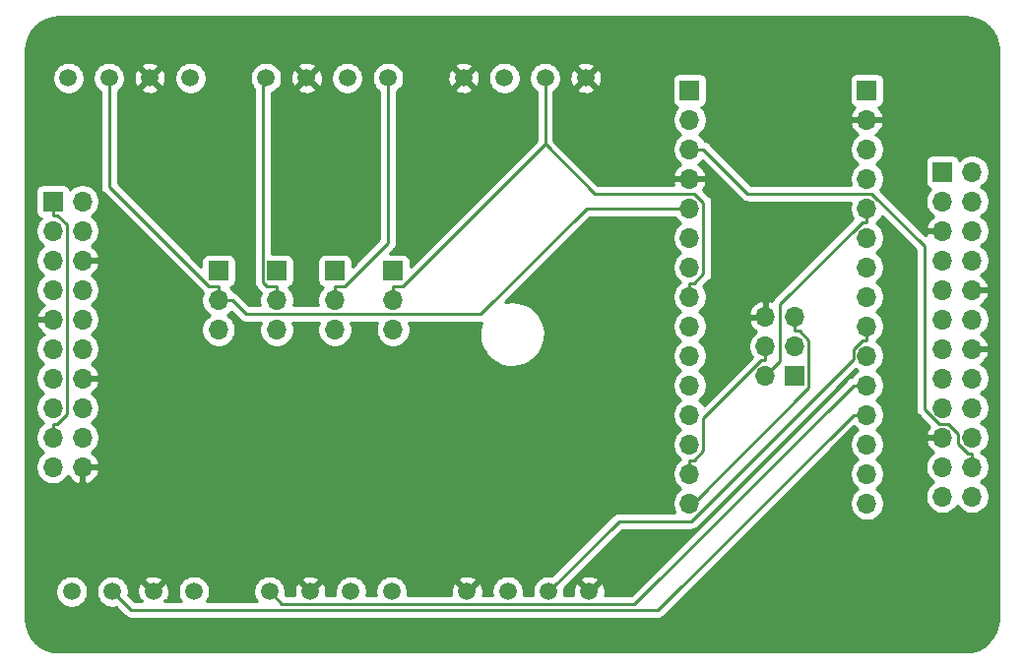
<source format=gbr>
%TF.GenerationSoftware,KiCad,Pcbnew,(5.1.10)-1*%
%TF.CreationDate,2022-02-05T10:08:01-05:00*%
%TF.ProjectId,RevA,52657641-2e6b-4696-9361-645f70636258,rev?*%
%TF.SameCoordinates,Original*%
%TF.FileFunction,Copper,L2,Bot*%
%TF.FilePolarity,Positive*%
%FSLAX46Y46*%
G04 Gerber Fmt 4.6, Leading zero omitted, Abs format (unit mm)*
G04 Created by KiCad (PCBNEW (5.1.10)-1) date 2022-02-05 10:08:01*
%MOMM*%
%LPD*%
G01*
G04 APERTURE LIST*
%TA.AperFunction,ComponentPad*%
%ADD10R,1.700000X1.700000*%
%TD*%
%TA.AperFunction,ComponentPad*%
%ADD11O,1.700000X1.700000*%
%TD*%
%TA.AperFunction,ComponentPad*%
%ADD12C,1.498600*%
%TD*%
%TA.AperFunction,Conductor*%
%ADD13C,0.250000*%
%TD*%
%TA.AperFunction,Conductor*%
%ADD14C,0.254000*%
%TD*%
%TA.AperFunction,Conductor*%
%ADD15C,0.100000*%
%TD*%
G04 APERTURE END LIST*
D10*
%TO.P,J1,1*%
%TO.N,/3.3V*%
X163000000Y-86570000D03*
D11*
%TO.P,J1,2*%
%TO.N,Net-(J1-Pad2)*%
X165540000Y-86570000D03*
%TO.P,J1,3*%
%TO.N,/I2C_Data*%
X163000000Y-89110000D03*
%TO.P,J1,4*%
%TO.N,Net-(J1-Pad4)*%
X165540000Y-89110000D03*
%TO.P,J1,5*%
%TO.N,/I2C_Clock*%
X163000000Y-91650000D03*
%TO.P,J1,6*%
%TO.N,/GND*%
X165540000Y-91650000D03*
%TO.P,J1,7*%
%TO.N,Net-(J1-Pad7)*%
X163000000Y-94190000D03*
%TO.P,J1,8*%
%TO.N,Net-(J1-Pad8)*%
X165540000Y-94190000D03*
%TO.P,J1,9*%
%TO.N,/GND*%
X163000000Y-96730000D03*
%TO.P,J1,10*%
%TO.N,Net-(J1-Pad10)*%
X165540000Y-96730000D03*
%TO.P,J1,11*%
%TO.N,Net-(J1-Pad11)*%
X163000000Y-99270000D03*
%TO.P,J1,12*%
%TO.N,Net-(J1-Pad12)*%
X165540000Y-99270000D03*
%TO.P,J1,13*%
%TO.N,Net-(J1-Pad13)*%
X163000000Y-101810000D03*
%TO.P,J1,14*%
%TO.N,/GND*%
X165540000Y-101810000D03*
%TO.P,J1,15*%
%TO.N,Net-(J1-Pad15)*%
X163000000Y-104350000D03*
%TO.P,J1,16*%
%TO.N,Net-(J1-Pad16)*%
X165540000Y-104350000D03*
%TO.P,J1,17*%
%TO.N,/3.3V*%
X163000000Y-106890000D03*
%TO.P,J1,18*%
%TO.N,Net-(J1-Pad18)*%
X165540000Y-106890000D03*
%TO.P,J1,19*%
%TO.N,Net-(J1-Pad19)*%
X163000000Y-109430000D03*
%TO.P,J1,20*%
%TO.N,/GND*%
X165540000Y-109430000D03*
%TD*%
D10*
%TO.P,J2,1*%
%TO.N,Net-(J2-Pad1)*%
X239500000Y-84030000D03*
D11*
%TO.P,J2,2*%
%TO.N,Net-(J2-Pad2)*%
X242040000Y-84030000D03*
%TO.P,J2,3*%
%TO.N,Net-(J2-Pad3)*%
X239500000Y-86570000D03*
%TO.P,J2,4*%
%TO.N,Net-(J2-Pad4)*%
X242040000Y-86570000D03*
%TO.P,J2,5*%
%TO.N,/GND*%
X239500000Y-89110000D03*
%TO.P,J2,6*%
%TO.N,Net-(J2-Pad6)*%
X242040000Y-89110000D03*
%TO.P,J2,7*%
%TO.N,Net-(J2-Pad7)*%
X239500000Y-91650000D03*
%TO.P,J2,8*%
%TO.N,Net-(J2-Pad8)*%
X242040000Y-91650000D03*
%TO.P,J2,9*%
%TO.N,Net-(J2-Pad9)*%
X239500000Y-94190000D03*
%TO.P,J2,10*%
%TO.N,/GND*%
X242040000Y-94190000D03*
%TO.P,J2,11*%
%TO.N,Net-(J2-Pad11)*%
X239500000Y-96730000D03*
%TO.P,J2,12*%
%TO.N,Net-(J2-Pad12)*%
X242040000Y-96730000D03*
%TO.P,J2,13*%
%TO.N,Net-(J2-Pad13)*%
X239500000Y-99270000D03*
%TO.P,J2,14*%
%TO.N,/GND*%
X242040000Y-99270000D03*
%TO.P,J2,15*%
%TO.N,Net-(J2-Pad15)*%
X239500000Y-101810000D03*
%TO.P,J2,16*%
%TO.N,Net-(J2-Pad16)*%
X242040000Y-101810000D03*
%TO.P,J2,17*%
%TO.N,Net-(J2-Pad17)*%
X239500000Y-104350000D03*
%TO.P,J2,18*%
%TO.N,Net-(J2-Pad18)*%
X242040000Y-104350000D03*
%TO.P,J2,19*%
%TO.N,/GND*%
X239500000Y-106890000D03*
%TO.P,J2,20*%
%TO.N,Net-(J2-Pad20)*%
X242040000Y-106890000D03*
%TO.P,J2,21*%
%TO.N,/Interconnect*%
X239500000Y-109430000D03*
%TO.P,J2,22*%
%TO.N,/Reset*%
X242040000Y-109430000D03*
%TO.P,J2,23*%
%TO.N,/VCC*%
X239500000Y-111970000D03*
%TO.P,J2,24*%
X242040000Y-111970000D03*
%TD*%
%TO.P,J4,3*%
%TO.N,Net-(J4-Pad3)*%
X177250000Y-97620000D03*
%TO.P,J4,2*%
%TO.N,/Digital_0*%
X177250000Y-95080000D03*
D10*
%TO.P,J4,1*%
%TO.N,Net-(J4-Pad1)*%
X177250000Y-92540000D03*
%TD*%
D11*
%TO.P,J6,3*%
%TO.N,Net-(J6-Pad3)*%
X182250000Y-97620000D03*
%TO.P,J6,2*%
%TO.N,/Digital_1*%
X182250000Y-95080000D03*
D10*
%TO.P,J6,1*%
%TO.N,Net-(J6-Pad1)*%
X182250000Y-92540000D03*
%TD*%
D11*
%TO.P,J8,3*%
%TO.N,Net-(J8-Pad3)*%
X187250000Y-97620000D03*
%TO.P,J8,2*%
%TO.N,/Digital_2*%
X187250000Y-95080000D03*
D10*
%TO.P,J8,1*%
%TO.N,Net-(J8-Pad1)*%
X187250000Y-92540000D03*
%TD*%
D11*
%TO.P,J10,3*%
%TO.N,Net-(J10-Pad3)*%
X192250000Y-97620000D03*
%TO.P,J10,2*%
%TO.N,/Digital_3*%
X192250000Y-95080000D03*
D10*
%TO.P,J10,1*%
%TO.N,Net-(J10-Pad1)*%
X192250000Y-92540000D03*
%TD*%
%TO.P,J11,1*%
%TO.N,Net-(J11-Pad1)*%
X217760000Y-77000000D03*
D11*
%TO.P,J11,2*%
%TO.N,Net-(J11-Pad2)*%
X217760000Y-79540000D03*
%TO.P,J11,3*%
%TO.N,/Reset*%
X217760000Y-82080000D03*
%TO.P,J11,4*%
%TO.N,/GND*%
X217760000Y-84620000D03*
%TO.P,J11,5*%
%TO.N,/Digital_0*%
X217760000Y-87160000D03*
%TO.P,J11,6*%
%TO.N,/Digital_1*%
X217760000Y-89700000D03*
%TO.P,J11,7*%
%TO.N,/Digital_2*%
X217760000Y-92240000D03*
%TO.P,J11,8*%
%TO.N,/Digital_3*%
X217760000Y-94780000D03*
%TO.P,J11,9*%
%TO.N,/Controller/D6*%
X217760000Y-97320000D03*
%TO.P,J11,10*%
%TO.N,/Controller/D7*%
X217760000Y-99860000D03*
%TO.P,J11,11*%
%TO.N,/Controller/D8*%
X217760000Y-102400000D03*
%TO.P,J11,12*%
%TO.N,/Controller/D9*%
X217760000Y-104940000D03*
%TO.P,J11,13*%
%TO.N,/Controller/D10*%
X217760000Y-107480000D03*
%TO.P,J11,14*%
%TO.N,/Controller/D11*%
X217760000Y-110020000D03*
%TO.P,J11,15*%
%TO.N,/Controller/D12*%
X217760000Y-112560000D03*
%TD*%
%TO.P,J12,15*%
%TO.N,/Controller/D13*%
X233000000Y-112560000D03*
%TO.P,J12,14*%
%TO.N,Net-(J12-Pad14)*%
X233000000Y-110020000D03*
%TO.P,J12,13*%
%TO.N,Net-(J12-Pad13)*%
X233000000Y-107480000D03*
%TO.P,J12,12*%
%TO.N,/Analog_0*%
X233000000Y-104940000D03*
%TO.P,J12,11*%
%TO.N,/Analog_1*%
X233000000Y-102400000D03*
%TO.P,J12,10*%
%TO.N,/Analog_2*%
X233000000Y-99860000D03*
%TO.P,J12,9*%
%TO.N,/Analog_3*%
X233000000Y-97320000D03*
%TO.P,J12,8*%
%TO.N,/I2C_Data*%
X233000000Y-94780000D03*
%TO.P,J12,7*%
%TO.N,/I2C_Clock*%
X233000000Y-92240000D03*
%TO.P,J12,6*%
%TO.N,/Controller/A6*%
X233000000Y-89700000D03*
%TO.P,J12,5*%
%TO.N,/Controller/A7*%
X233000000Y-87160000D03*
%TO.P,J12,4*%
%TO.N,Net-(J12-Pad4)*%
X233000000Y-84620000D03*
%TO.P,J12,3*%
%TO.N,Net-(J12-Pad3)*%
X233000000Y-82080000D03*
%TO.P,J12,2*%
%TO.N,/GND*%
X233000000Y-79540000D03*
D10*
%TO.P,J12,1*%
%TO.N,/5V*%
X233000000Y-77000000D03*
%TD*%
%TO.P,J13,1*%
%TO.N,/5V*%
X226822000Y-101600000D03*
D11*
%TO.P,J13,2*%
%TO.N,/Controller/A7*%
X224282000Y-101600000D03*
%TO.P,J13,3*%
%TO.N,/Controller/A6*%
X226822000Y-99060000D03*
%TO.P,J13,4*%
%TO.N,/Controller/D11*%
X224282000Y-99060000D03*
%TO.P,J13,5*%
%TO.N,/Controller/D12*%
X226822000Y-96520000D03*
%TO.P,J13,6*%
%TO.N,/GND*%
X224282000Y-96520000D03*
%TD*%
D12*
%TO.P,J3,4*%
%TO.N,/Digital_1*%
X181323998Y-75946000D03*
%TO.P,J3,3*%
%TO.N,/GND*%
X184823999Y-75946000D03*
%TO.P,J3,2*%
%TO.N,/5V*%
X188323999Y-75946000D03*
%TO.P,J3,1*%
%TO.N,/Digital_2*%
X191824000Y-75946000D03*
%TD*%
%TO.P,J5,1*%
%TO.N,/5V*%
X174824000Y-75946000D03*
%TO.P,J5,2*%
%TO.N,/GND*%
X171323999Y-75946000D03*
%TO.P,J5,3*%
%TO.N,/Digital_0*%
X167823999Y-75946000D03*
%TO.P,J5,4*%
%TO.N,/5V*%
X164323998Y-75946000D03*
%TD*%
%TO.P,J7,4*%
%TO.N,/GND*%
X198323998Y-75946000D03*
%TO.P,J7,3*%
%TO.N,/5V*%
X201823999Y-75946000D03*
%TO.P,J7,2*%
%TO.N,/Digital_3*%
X205323999Y-75946000D03*
%TO.P,J7,1*%
%TO.N,/GND*%
X208824000Y-75946000D03*
%TD*%
%TO.P,J9,1*%
%TO.N,/5V*%
X164628000Y-120142000D03*
%TO.P,J9,2*%
%TO.N,/Analog_0*%
X168128001Y-120142000D03*
%TO.P,J9,3*%
%TO.N,/GND*%
X171628001Y-120142000D03*
%TO.P,J9,4*%
%TO.N,/5V*%
X175128002Y-120142000D03*
%TD*%
%TO.P,J14,1*%
%TO.N,/GND*%
X198628000Y-120142000D03*
%TO.P,J14,2*%
%TO.N,/5V*%
X202128001Y-120142000D03*
%TO.P,J14,3*%
%TO.N,/Analog_3*%
X205628001Y-120142000D03*
%TO.P,J14,4*%
%TO.N,/GND*%
X209128002Y-120142000D03*
%TD*%
%TO.P,J16,1*%
%TO.N,/Analog_1*%
X181628000Y-120142000D03*
%TO.P,J16,2*%
%TO.N,/GND*%
X185128001Y-120142000D03*
%TO.P,J16,3*%
%TO.N,/5V*%
X188628001Y-120142000D03*
%TO.P,J16,4*%
%TO.N,/Analog_2*%
X192128002Y-120142000D03*
%TD*%
D13*
%TO.N,/3.3V*%
X163000000Y-86570000D02*
X163000000Y-87745300D01*
X163000000Y-106890000D02*
X163000000Y-105714700D01*
X163000000Y-105714700D02*
X163367300Y-105714700D01*
X163367300Y-105714700D02*
X164175300Y-104906700D01*
X164175300Y-104906700D02*
X164175300Y-88553200D01*
X164175300Y-88553200D02*
X163367400Y-87745300D01*
X163367400Y-87745300D02*
X163000000Y-87745300D01*
%TO.N,/Reset*%
X242040000Y-109430000D02*
X242040000Y-108254700D01*
X217760000Y-82080000D02*
X218935300Y-82080000D01*
X218935300Y-82080000D02*
X222745300Y-85890000D01*
X222745300Y-85890000D02*
X233392900Y-85890000D01*
X233392900Y-85890000D02*
X237931000Y-90428100D01*
X237931000Y-90428100D02*
X237931000Y-104443500D01*
X237931000Y-104443500D02*
X239202100Y-105714600D01*
X239202100Y-105714600D02*
X240025600Y-105714600D01*
X240025600Y-105714600D02*
X240864700Y-106553700D01*
X240864700Y-106553700D02*
X240864700Y-107446800D01*
X240864700Y-107446800D02*
X241672600Y-108254700D01*
X241672600Y-108254700D02*
X242040000Y-108254700D01*
%TO.N,/Digital_0*%
X177250000Y-95080000D02*
X178425300Y-95080000D01*
X217760000Y-87160000D02*
X208900000Y-87160000D01*
X208900000Y-87160000D02*
X199804700Y-96255300D01*
X199804700Y-96255300D02*
X179600600Y-96255300D01*
X179600600Y-96255300D02*
X178425300Y-95080000D01*
X177250000Y-95080000D02*
X177250000Y-93904700D01*
X167824000Y-75946000D02*
X167824000Y-85286700D01*
X167824000Y-85286700D02*
X176442000Y-93904700D01*
X176442000Y-93904700D02*
X177250000Y-93904700D01*
%TO.N,/Digital_1*%
X182250000Y-95080000D02*
X182250000Y-93904700D01*
X181324000Y-75946000D02*
X181074700Y-76195300D01*
X181074700Y-76195300D02*
X181074700Y-93537500D01*
X181074700Y-93537500D02*
X181441900Y-93904700D01*
X181441900Y-93904700D02*
X182250000Y-93904700D01*
%TO.N,/Digital_2*%
X187250000Y-95080000D02*
X187250000Y-93904700D01*
X191824000Y-75946000D02*
X191824000Y-90138700D01*
X191824000Y-90138700D02*
X188058000Y-93904700D01*
X188058000Y-93904700D02*
X187250000Y-93904700D01*
%TO.N,/Digital_3*%
X205324000Y-81638700D02*
X193058000Y-93904700D01*
X193058000Y-93904700D02*
X192250000Y-93904700D01*
X205324000Y-75946000D02*
X205324000Y-81638700D01*
X205324000Y-81638700D02*
X209575300Y-85890000D01*
X209575300Y-85890000D02*
X218166400Y-85890000D01*
X218166400Y-85890000D02*
X218935300Y-86658900D01*
X218935300Y-86658900D02*
X218935300Y-92796800D01*
X218935300Y-92796800D02*
X218127400Y-93604700D01*
X218127400Y-93604700D02*
X217760000Y-93604700D01*
X217760000Y-94780000D02*
X217760000Y-93604700D01*
X192250000Y-95080000D02*
X192250000Y-93904700D01*
%TO.N,/Controller/D11*%
X217760000Y-110020000D02*
X217760000Y-108844700D01*
X224282000Y-99060000D02*
X224282000Y-100235300D01*
X224282000Y-100235300D02*
X223914600Y-100235300D01*
X223914600Y-100235300D02*
X218935300Y-105214600D01*
X218935300Y-105214600D02*
X218935300Y-108036800D01*
X218935300Y-108036800D02*
X218127400Y-108844700D01*
X218127400Y-108844700D02*
X217760000Y-108844700D01*
%TO.N,/Controller/D12*%
X226822000Y-96520000D02*
X226822000Y-97695300D01*
X226822000Y-97695300D02*
X227189300Y-97695300D01*
X227189300Y-97695300D02*
X227997400Y-98503400D01*
X227997400Y-98503400D02*
X227997400Y-102632200D01*
X227997400Y-102632200D02*
X218069600Y-112560000D01*
X218069600Y-112560000D02*
X217760000Y-112560000D01*
%TO.N,/Analog_0*%
X233000000Y-104940000D02*
X231824700Y-104940000D01*
X168128000Y-120142000D02*
X169719000Y-121733000D01*
X169719000Y-121733000D02*
X215031700Y-121733000D01*
X215031700Y-121733000D02*
X231824700Y-104940000D01*
%TO.N,/Analog_1*%
X233000000Y-102400000D02*
X231824700Y-102400000D01*
X181628000Y-120142000D02*
X182702700Y-121216700D01*
X182702700Y-121216700D02*
X213008000Y-121216700D01*
X213008000Y-121216700D02*
X231824700Y-102400000D01*
%TO.N,/Analog_3*%
X233000000Y-97320000D02*
X233000000Y-98495300D01*
X205628000Y-120142000D02*
X211695100Y-114074900D01*
X211695100Y-114074900D02*
X217912800Y-114074900D01*
X217912800Y-114074900D02*
X231824700Y-100163000D01*
X231824700Y-100163000D02*
X231824700Y-99303200D01*
X231824700Y-99303200D02*
X232632600Y-98495300D01*
X232632600Y-98495300D02*
X233000000Y-98495300D01*
%TO.N,/Controller/A7*%
X233000000Y-87160000D02*
X233000000Y-88335300D01*
X224282000Y-101600000D02*
X225551700Y-100330300D01*
X225551700Y-100330300D02*
X225551700Y-95416300D01*
X225551700Y-95416300D02*
X232632700Y-88335300D01*
X232632700Y-88335300D02*
X233000000Y-88335300D01*
%TD*%
D14*
%TO.N,/GND*%
X242046131Y-70741834D02*
X242571462Y-70900441D01*
X243055980Y-71158064D01*
X243481231Y-71504889D01*
X243831020Y-71927711D01*
X244092016Y-72410414D01*
X244254287Y-72934628D01*
X244315000Y-73512271D01*
X244315001Y-122466486D01*
X244258166Y-123046131D01*
X244099559Y-123571462D01*
X243841937Y-124055978D01*
X243495111Y-124481231D01*
X243072292Y-124831017D01*
X242589588Y-125092015D01*
X242065371Y-125254287D01*
X241487729Y-125315000D01*
X163533504Y-125315000D01*
X162953869Y-125258166D01*
X162428538Y-125099559D01*
X161944022Y-124841937D01*
X161518769Y-124495111D01*
X161168983Y-124072292D01*
X160907985Y-123589588D01*
X160745713Y-123065371D01*
X160685000Y-122487729D01*
X160685000Y-120005658D01*
X163243700Y-120005658D01*
X163243700Y-120278342D01*
X163296898Y-120545785D01*
X163401249Y-120797712D01*
X163552744Y-121024440D01*
X163745560Y-121217256D01*
X163972288Y-121368751D01*
X164224215Y-121473102D01*
X164491658Y-121526300D01*
X164764342Y-121526300D01*
X165031785Y-121473102D01*
X165283712Y-121368751D01*
X165510440Y-121217256D01*
X165703256Y-121024440D01*
X165854751Y-120797712D01*
X165959102Y-120545785D01*
X166012300Y-120278342D01*
X166012300Y-120005658D01*
X165959102Y-119738215D01*
X165854751Y-119486288D01*
X165703256Y-119259560D01*
X165510440Y-119066744D01*
X165283712Y-118915249D01*
X165031785Y-118810898D01*
X164764342Y-118757700D01*
X164491658Y-118757700D01*
X164224215Y-118810898D01*
X163972288Y-118915249D01*
X163745560Y-119066744D01*
X163552744Y-119259560D01*
X163401249Y-119486288D01*
X163296898Y-119738215D01*
X163243700Y-120005658D01*
X160685000Y-120005658D01*
X160685000Y-85720000D01*
X161511928Y-85720000D01*
X161511928Y-87420000D01*
X161524188Y-87544482D01*
X161560498Y-87664180D01*
X161619463Y-87774494D01*
X161698815Y-87871185D01*
X161795506Y-87950537D01*
X161905820Y-88009502D01*
X161978380Y-88031513D01*
X161846525Y-88163368D01*
X161684010Y-88406589D01*
X161572068Y-88676842D01*
X161515000Y-88963740D01*
X161515000Y-89256260D01*
X161572068Y-89543158D01*
X161684010Y-89813411D01*
X161846525Y-90056632D01*
X162053368Y-90263475D01*
X162227760Y-90380000D01*
X162053368Y-90496525D01*
X161846525Y-90703368D01*
X161684010Y-90946589D01*
X161572068Y-91216842D01*
X161515000Y-91503740D01*
X161515000Y-91796260D01*
X161572068Y-92083158D01*
X161684010Y-92353411D01*
X161846525Y-92596632D01*
X162053368Y-92803475D01*
X162227760Y-92920000D01*
X162053368Y-93036525D01*
X161846525Y-93243368D01*
X161684010Y-93486589D01*
X161572068Y-93756842D01*
X161515000Y-94043740D01*
X161515000Y-94336260D01*
X161572068Y-94623158D01*
X161684010Y-94893411D01*
X161846525Y-95136632D01*
X162053368Y-95343475D01*
X162235534Y-95465195D01*
X162118645Y-95534822D01*
X161902412Y-95729731D01*
X161728359Y-95963080D01*
X161603175Y-96225901D01*
X161558524Y-96373110D01*
X161679845Y-96603000D01*
X162873000Y-96603000D01*
X162873000Y-96583000D01*
X163127000Y-96583000D01*
X163127000Y-96603000D01*
X163147000Y-96603000D01*
X163147000Y-96857000D01*
X163127000Y-96857000D01*
X163127000Y-96877000D01*
X162873000Y-96877000D01*
X162873000Y-96857000D01*
X161679845Y-96857000D01*
X161558524Y-97086890D01*
X161603175Y-97234099D01*
X161728359Y-97496920D01*
X161902412Y-97730269D01*
X162118645Y-97925178D01*
X162235534Y-97994805D01*
X162053368Y-98116525D01*
X161846525Y-98323368D01*
X161684010Y-98566589D01*
X161572068Y-98836842D01*
X161515000Y-99123740D01*
X161515000Y-99416260D01*
X161572068Y-99703158D01*
X161684010Y-99973411D01*
X161846525Y-100216632D01*
X162053368Y-100423475D01*
X162227760Y-100540000D01*
X162053368Y-100656525D01*
X161846525Y-100863368D01*
X161684010Y-101106589D01*
X161572068Y-101376842D01*
X161515000Y-101663740D01*
X161515000Y-101956260D01*
X161572068Y-102243158D01*
X161684010Y-102513411D01*
X161846525Y-102756632D01*
X162053368Y-102963475D01*
X162227760Y-103080000D01*
X162053368Y-103196525D01*
X161846525Y-103403368D01*
X161684010Y-103646589D01*
X161572068Y-103916842D01*
X161515000Y-104203740D01*
X161515000Y-104496260D01*
X161572068Y-104783158D01*
X161684010Y-105053411D01*
X161846525Y-105296632D01*
X162053368Y-105503475D01*
X162227760Y-105620000D01*
X162053368Y-105736525D01*
X161846525Y-105943368D01*
X161684010Y-106186589D01*
X161572068Y-106456842D01*
X161515000Y-106743740D01*
X161515000Y-107036260D01*
X161572068Y-107323158D01*
X161684010Y-107593411D01*
X161846525Y-107836632D01*
X162053368Y-108043475D01*
X162227760Y-108160000D01*
X162053368Y-108276525D01*
X161846525Y-108483368D01*
X161684010Y-108726589D01*
X161572068Y-108996842D01*
X161515000Y-109283740D01*
X161515000Y-109576260D01*
X161572068Y-109863158D01*
X161684010Y-110133411D01*
X161846525Y-110376632D01*
X162053368Y-110583475D01*
X162296589Y-110745990D01*
X162566842Y-110857932D01*
X162853740Y-110915000D01*
X163146260Y-110915000D01*
X163433158Y-110857932D01*
X163703411Y-110745990D01*
X163946632Y-110583475D01*
X164153475Y-110376632D01*
X164271100Y-110200594D01*
X164442412Y-110430269D01*
X164658645Y-110625178D01*
X164908748Y-110774157D01*
X165183109Y-110871481D01*
X165413000Y-110750814D01*
X165413000Y-109557000D01*
X165667000Y-109557000D01*
X165667000Y-110750814D01*
X165896891Y-110871481D01*
X166171252Y-110774157D01*
X166421355Y-110625178D01*
X166637588Y-110430269D01*
X166811641Y-110196920D01*
X166936825Y-109934099D01*
X166981476Y-109786890D01*
X166860155Y-109557000D01*
X165667000Y-109557000D01*
X165413000Y-109557000D01*
X165393000Y-109557000D01*
X165393000Y-109303000D01*
X165413000Y-109303000D01*
X165413000Y-109283000D01*
X165667000Y-109283000D01*
X165667000Y-109303000D01*
X166860155Y-109303000D01*
X166981476Y-109073110D01*
X166936825Y-108925901D01*
X166811641Y-108663080D01*
X166637588Y-108429731D01*
X166421355Y-108234822D01*
X166304466Y-108165195D01*
X166486632Y-108043475D01*
X166693475Y-107836632D01*
X166855990Y-107593411D01*
X166967932Y-107323158D01*
X167025000Y-107036260D01*
X167025000Y-106743740D01*
X166967932Y-106456842D01*
X166855990Y-106186589D01*
X166693475Y-105943368D01*
X166486632Y-105736525D01*
X166312240Y-105620000D01*
X166486632Y-105503475D01*
X166693475Y-105296632D01*
X166855990Y-105053411D01*
X166967932Y-104783158D01*
X167025000Y-104496260D01*
X167025000Y-104203740D01*
X166967932Y-103916842D01*
X166855990Y-103646589D01*
X166693475Y-103403368D01*
X166486632Y-103196525D01*
X166304466Y-103074805D01*
X166421355Y-103005178D01*
X166637588Y-102810269D01*
X166811641Y-102576920D01*
X166936825Y-102314099D01*
X166981476Y-102166890D01*
X166860155Y-101937000D01*
X165667000Y-101937000D01*
X165667000Y-101957000D01*
X165413000Y-101957000D01*
X165413000Y-101937000D01*
X165393000Y-101937000D01*
X165393000Y-101683000D01*
X165413000Y-101683000D01*
X165413000Y-101663000D01*
X165667000Y-101663000D01*
X165667000Y-101683000D01*
X166860155Y-101683000D01*
X166981476Y-101453110D01*
X166936825Y-101305901D01*
X166811641Y-101043080D01*
X166637588Y-100809731D01*
X166421355Y-100614822D01*
X166304466Y-100545195D01*
X166486632Y-100423475D01*
X166693475Y-100216632D01*
X166855990Y-99973411D01*
X166967932Y-99703158D01*
X167025000Y-99416260D01*
X167025000Y-99123740D01*
X166967932Y-98836842D01*
X166855990Y-98566589D01*
X166693475Y-98323368D01*
X166486632Y-98116525D01*
X166312240Y-98000000D01*
X166486632Y-97883475D01*
X166693475Y-97676632D01*
X166855990Y-97433411D01*
X166967932Y-97163158D01*
X167025000Y-96876260D01*
X167025000Y-96583740D01*
X166967932Y-96296842D01*
X166855990Y-96026589D01*
X166693475Y-95783368D01*
X166486632Y-95576525D01*
X166312240Y-95460000D01*
X166486632Y-95343475D01*
X166693475Y-95136632D01*
X166855990Y-94893411D01*
X166967932Y-94623158D01*
X167025000Y-94336260D01*
X167025000Y-94043740D01*
X166967932Y-93756842D01*
X166855990Y-93486589D01*
X166693475Y-93243368D01*
X166486632Y-93036525D01*
X166304466Y-92914805D01*
X166421355Y-92845178D01*
X166637588Y-92650269D01*
X166811641Y-92416920D01*
X166936825Y-92154099D01*
X166981476Y-92006890D01*
X166860155Y-91777000D01*
X165667000Y-91777000D01*
X165667000Y-91797000D01*
X165413000Y-91797000D01*
X165413000Y-91777000D01*
X165393000Y-91777000D01*
X165393000Y-91523000D01*
X165413000Y-91523000D01*
X165413000Y-91503000D01*
X165667000Y-91503000D01*
X165667000Y-91523000D01*
X166860155Y-91523000D01*
X166981476Y-91293110D01*
X166936825Y-91145901D01*
X166811641Y-90883080D01*
X166637588Y-90649731D01*
X166421355Y-90454822D01*
X166304466Y-90385195D01*
X166486632Y-90263475D01*
X166693475Y-90056632D01*
X166855990Y-89813411D01*
X166967932Y-89543158D01*
X167025000Y-89256260D01*
X167025000Y-88963740D01*
X166967932Y-88676842D01*
X166855990Y-88406589D01*
X166693475Y-88163368D01*
X166486632Y-87956525D01*
X166312240Y-87840000D01*
X166486632Y-87723475D01*
X166693475Y-87516632D01*
X166855990Y-87273411D01*
X166967932Y-87003158D01*
X167025000Y-86716260D01*
X167025000Y-86423740D01*
X166967932Y-86136842D01*
X166855990Y-85866589D01*
X166693475Y-85623368D01*
X166486632Y-85416525D01*
X166243411Y-85254010D01*
X165973158Y-85142068D01*
X165686260Y-85085000D01*
X165393740Y-85085000D01*
X165106842Y-85142068D01*
X164836589Y-85254010D01*
X164593368Y-85416525D01*
X164461513Y-85548380D01*
X164439502Y-85475820D01*
X164380537Y-85365506D01*
X164301185Y-85268815D01*
X164204494Y-85189463D01*
X164094180Y-85130498D01*
X163974482Y-85094188D01*
X163850000Y-85081928D01*
X162150000Y-85081928D01*
X162025518Y-85094188D01*
X161905820Y-85130498D01*
X161795506Y-85189463D01*
X161698815Y-85268815D01*
X161619463Y-85365506D01*
X161560498Y-85475820D01*
X161524188Y-85595518D01*
X161511928Y-85720000D01*
X160685000Y-85720000D01*
X160685000Y-75809658D01*
X162939698Y-75809658D01*
X162939698Y-76082342D01*
X162992896Y-76349785D01*
X163097247Y-76601712D01*
X163248742Y-76828440D01*
X163441558Y-77021256D01*
X163668286Y-77172751D01*
X163920213Y-77277102D01*
X164187656Y-77330300D01*
X164460340Y-77330300D01*
X164727783Y-77277102D01*
X164979710Y-77172751D01*
X165206438Y-77021256D01*
X165399254Y-76828440D01*
X165550749Y-76601712D01*
X165655100Y-76349785D01*
X165708298Y-76082342D01*
X165708298Y-75809658D01*
X166439699Y-75809658D01*
X166439699Y-76082342D01*
X166492897Y-76349785D01*
X166597248Y-76601712D01*
X166748743Y-76828440D01*
X166941559Y-77021256D01*
X167064000Y-77103069D01*
X167064001Y-85249368D01*
X167060324Y-85286700D01*
X167064001Y-85324033D01*
X167074998Y-85435686D01*
X167084110Y-85465724D01*
X167118454Y-85578946D01*
X167189026Y-85710976D01*
X167260201Y-85797702D01*
X167284000Y-85826701D01*
X167312998Y-85850499D01*
X175878205Y-94415708D01*
X175901999Y-94444701D01*
X175904834Y-94447027D01*
X175822068Y-94646842D01*
X175765000Y-94933740D01*
X175765000Y-95226260D01*
X175822068Y-95513158D01*
X175934010Y-95783411D01*
X176096525Y-96026632D01*
X176303368Y-96233475D01*
X176477760Y-96350000D01*
X176303368Y-96466525D01*
X176096525Y-96673368D01*
X175934010Y-96916589D01*
X175822068Y-97186842D01*
X175765000Y-97473740D01*
X175765000Y-97766260D01*
X175822068Y-98053158D01*
X175934010Y-98323411D01*
X176096525Y-98566632D01*
X176303368Y-98773475D01*
X176546589Y-98935990D01*
X176816842Y-99047932D01*
X177103740Y-99105000D01*
X177396260Y-99105000D01*
X177683158Y-99047932D01*
X177953411Y-98935990D01*
X178196632Y-98773475D01*
X178403475Y-98566632D01*
X178565990Y-98323411D01*
X178677932Y-98053158D01*
X178735000Y-97766260D01*
X178735000Y-97473740D01*
X178677932Y-97186842D01*
X178565990Y-96916589D01*
X178403475Y-96673368D01*
X178196632Y-96466525D01*
X178022240Y-96350000D01*
X178196632Y-96233475D01*
X178350303Y-96079804D01*
X179036801Y-96766303D01*
X179060599Y-96795301D01*
X179176324Y-96890274D01*
X179308353Y-96960846D01*
X179451614Y-97004303D01*
X179563267Y-97015300D01*
X179563276Y-97015300D01*
X179600599Y-97018976D01*
X179637922Y-97015300D01*
X180893123Y-97015300D01*
X180822068Y-97186842D01*
X180765000Y-97473740D01*
X180765000Y-97766260D01*
X180822068Y-98053158D01*
X180934010Y-98323411D01*
X181096525Y-98566632D01*
X181303368Y-98773475D01*
X181546589Y-98935990D01*
X181816842Y-99047932D01*
X182103740Y-99105000D01*
X182396260Y-99105000D01*
X182683158Y-99047932D01*
X182953411Y-98935990D01*
X183196632Y-98773475D01*
X183403475Y-98566632D01*
X183565990Y-98323411D01*
X183677932Y-98053158D01*
X183735000Y-97766260D01*
X183735000Y-97473740D01*
X183677932Y-97186842D01*
X183606877Y-97015300D01*
X185893123Y-97015300D01*
X185822068Y-97186842D01*
X185765000Y-97473740D01*
X185765000Y-97766260D01*
X185822068Y-98053158D01*
X185934010Y-98323411D01*
X186096525Y-98566632D01*
X186303368Y-98773475D01*
X186546589Y-98935990D01*
X186816842Y-99047932D01*
X187103740Y-99105000D01*
X187396260Y-99105000D01*
X187683158Y-99047932D01*
X187953411Y-98935990D01*
X188196632Y-98773475D01*
X188403475Y-98566632D01*
X188565990Y-98323411D01*
X188677932Y-98053158D01*
X188735000Y-97766260D01*
X188735000Y-97473740D01*
X188677932Y-97186842D01*
X188606877Y-97015300D01*
X190893123Y-97015300D01*
X190822068Y-97186842D01*
X190765000Y-97473740D01*
X190765000Y-97766260D01*
X190822068Y-98053158D01*
X190934010Y-98323411D01*
X191096525Y-98566632D01*
X191303368Y-98773475D01*
X191546589Y-98935990D01*
X191816842Y-99047932D01*
X192103740Y-99105000D01*
X192396260Y-99105000D01*
X192683158Y-99047932D01*
X192953411Y-98935990D01*
X193196632Y-98773475D01*
X193403475Y-98566632D01*
X193565990Y-98323411D01*
X193677932Y-98053158D01*
X193735000Y-97766260D01*
X193735000Y-97473740D01*
X193677932Y-97186842D01*
X193606877Y-97015300D01*
X199767378Y-97015300D01*
X199804700Y-97018976D01*
X199842022Y-97015300D01*
X199842033Y-97015300D01*
X199860323Y-97013499D01*
X199780399Y-97237285D01*
X199775724Y-97253837D01*
X199695724Y-97633837D01*
X199693106Y-97654821D01*
X199673106Y-98144821D01*
X199674207Y-98167471D01*
X199724207Y-98527471D01*
X199726792Y-98540802D01*
X199806792Y-98860802D01*
X199812339Y-98877800D01*
X199942339Y-99197800D01*
X199949550Y-99212688D01*
X200159550Y-99582688D01*
X200168820Y-99596757D01*
X200388820Y-99886757D01*
X200404304Y-99903730D01*
X200754304Y-100223730D01*
X200771324Y-100236830D01*
X201191324Y-100506830D01*
X201211914Y-100517544D01*
X201651914Y-100697544D01*
X201671854Y-100703842D01*
X202111854Y-100803842D01*
X202137178Y-100806969D01*
X202587178Y-100816969D01*
X202602332Y-100816400D01*
X203012332Y-100776400D01*
X203032177Y-100772856D01*
X203452177Y-100662856D01*
X203473220Y-100655311D01*
X203863220Y-100475311D01*
X203878183Y-100467145D01*
X204208183Y-100257145D01*
X204225283Y-100244105D01*
X204545283Y-99954105D01*
X204558293Y-99940421D01*
X204828293Y-99610421D01*
X204839700Y-99593992D01*
X205049700Y-99233992D01*
X205058465Y-99215771D01*
X205228465Y-98775771D01*
X205234757Y-98753763D01*
X205314757Y-98333763D01*
X205316971Y-98312702D01*
X205326971Y-97842702D01*
X205325523Y-97820689D01*
X205265523Y-97430689D01*
X205263425Y-97420079D01*
X205183425Y-97090079D01*
X205176352Y-97069096D01*
X205036352Y-96749096D01*
X205030864Y-96738047D01*
X204840864Y-96398047D01*
X204827564Y-96378697D01*
X204577564Y-96078697D01*
X204566761Y-96067256D01*
X204256761Y-95777256D01*
X204239214Y-95763518D01*
X203839214Y-95503518D01*
X203820747Y-95493580D01*
X203430747Y-95323580D01*
X203410802Y-95316792D01*
X202930802Y-95196792D01*
X202906041Y-95193144D01*
X202486041Y-95173144D01*
X202470732Y-95173339D01*
X202060732Y-95203339D01*
X202037942Y-95207113D01*
X201888775Y-95246026D01*
X209214802Y-87920000D01*
X216481822Y-87920000D01*
X216606525Y-88106632D01*
X216813368Y-88313475D01*
X216987760Y-88430000D01*
X216813368Y-88546525D01*
X216606525Y-88753368D01*
X216444010Y-88996589D01*
X216332068Y-89266842D01*
X216275000Y-89553740D01*
X216275000Y-89846260D01*
X216332068Y-90133158D01*
X216444010Y-90403411D01*
X216606525Y-90646632D01*
X216813368Y-90853475D01*
X216987760Y-90970000D01*
X216813368Y-91086525D01*
X216606525Y-91293368D01*
X216444010Y-91536589D01*
X216332068Y-91806842D01*
X216275000Y-92093740D01*
X216275000Y-92386260D01*
X216332068Y-92673158D01*
X216444010Y-92943411D01*
X216606525Y-93186632D01*
X216813368Y-93393475D01*
X216987760Y-93510000D01*
X216813368Y-93626525D01*
X216606525Y-93833368D01*
X216444010Y-94076589D01*
X216332068Y-94346842D01*
X216275000Y-94633740D01*
X216275000Y-94926260D01*
X216332068Y-95213158D01*
X216444010Y-95483411D01*
X216606525Y-95726632D01*
X216813368Y-95933475D01*
X216987760Y-96050000D01*
X216813368Y-96166525D01*
X216606525Y-96373368D01*
X216444010Y-96616589D01*
X216332068Y-96886842D01*
X216275000Y-97173740D01*
X216275000Y-97466260D01*
X216332068Y-97753158D01*
X216444010Y-98023411D01*
X216606525Y-98266632D01*
X216813368Y-98473475D01*
X216987760Y-98590000D01*
X216813368Y-98706525D01*
X216606525Y-98913368D01*
X216444010Y-99156589D01*
X216332068Y-99426842D01*
X216275000Y-99713740D01*
X216275000Y-100006260D01*
X216332068Y-100293158D01*
X216444010Y-100563411D01*
X216606525Y-100806632D01*
X216813368Y-101013475D01*
X216987760Y-101130000D01*
X216813368Y-101246525D01*
X216606525Y-101453368D01*
X216444010Y-101696589D01*
X216332068Y-101966842D01*
X216275000Y-102253740D01*
X216275000Y-102546260D01*
X216332068Y-102833158D01*
X216444010Y-103103411D01*
X216606525Y-103346632D01*
X216813368Y-103553475D01*
X216987760Y-103670000D01*
X216813368Y-103786525D01*
X216606525Y-103993368D01*
X216444010Y-104236589D01*
X216332068Y-104506842D01*
X216275000Y-104793740D01*
X216275000Y-105086260D01*
X216332068Y-105373158D01*
X216444010Y-105643411D01*
X216606525Y-105886632D01*
X216813368Y-106093475D01*
X216987760Y-106210000D01*
X216813368Y-106326525D01*
X216606525Y-106533368D01*
X216444010Y-106776589D01*
X216332068Y-107046842D01*
X216275000Y-107333740D01*
X216275000Y-107626260D01*
X216332068Y-107913158D01*
X216444010Y-108183411D01*
X216606525Y-108426632D01*
X216813368Y-108633475D01*
X216987760Y-108750000D01*
X216813368Y-108866525D01*
X216606525Y-109073368D01*
X216444010Y-109316589D01*
X216332068Y-109586842D01*
X216275000Y-109873740D01*
X216275000Y-110166260D01*
X216332068Y-110453158D01*
X216444010Y-110723411D01*
X216606525Y-110966632D01*
X216813368Y-111173475D01*
X216987760Y-111290000D01*
X216813368Y-111406525D01*
X216606525Y-111613368D01*
X216444010Y-111856589D01*
X216332068Y-112126842D01*
X216275000Y-112413740D01*
X216275000Y-112706260D01*
X216332068Y-112993158D01*
X216444010Y-113263411D01*
X216478414Y-113314900D01*
X211732422Y-113314900D01*
X211695099Y-113311224D01*
X211657776Y-113314900D01*
X211657767Y-113314900D01*
X211546114Y-113325897D01*
X211402853Y-113369354D01*
X211270823Y-113439926D01*
X211189542Y-113506632D01*
X211155099Y-113534899D01*
X211131301Y-113563897D01*
X205908770Y-118786429D01*
X205764343Y-118757700D01*
X205491659Y-118757700D01*
X205224216Y-118810898D01*
X204972289Y-118915249D01*
X204745561Y-119066744D01*
X204552745Y-119259560D01*
X204401250Y-119486288D01*
X204296899Y-119738215D01*
X204243701Y-120005658D01*
X204243701Y-120278342D01*
X204279179Y-120456700D01*
X203476823Y-120456700D01*
X203512301Y-120278342D01*
X203512301Y-120005658D01*
X203459103Y-119738215D01*
X203354752Y-119486288D01*
X203203257Y-119259560D01*
X203010441Y-119066744D01*
X202783713Y-118915249D01*
X202531786Y-118810898D01*
X202264343Y-118757700D01*
X201991659Y-118757700D01*
X201724216Y-118810898D01*
X201472289Y-118915249D01*
X201245561Y-119066744D01*
X201052745Y-119259560D01*
X200901250Y-119486288D01*
X200796899Y-119738215D01*
X200743701Y-120005658D01*
X200743701Y-120278342D01*
X200779179Y-120456700D01*
X199976176Y-120456700D01*
X200004564Y-120341874D01*
X200017107Y-120069479D01*
X199976268Y-119799871D01*
X199883615Y-119543411D01*
X199823290Y-119430552D01*
X199584493Y-119365112D01*
X198807605Y-120142000D01*
X198821748Y-120156143D01*
X198642143Y-120335748D01*
X198628000Y-120321605D01*
X198613858Y-120335748D01*
X198434253Y-120156143D01*
X198448395Y-120142000D01*
X197671507Y-119365112D01*
X197432710Y-119430552D01*
X197316880Y-119677412D01*
X197251436Y-119942126D01*
X197238893Y-120214521D01*
X197275577Y-120456700D01*
X193476824Y-120456700D01*
X193512302Y-120278342D01*
X193512302Y-120005658D01*
X193459104Y-119738215D01*
X193354753Y-119486288D01*
X193203258Y-119259560D01*
X193129205Y-119185507D01*
X197851112Y-119185507D01*
X198628000Y-119962395D01*
X199404888Y-119185507D01*
X199339448Y-118946710D01*
X199092588Y-118830880D01*
X198827874Y-118765436D01*
X198555479Y-118752893D01*
X198285871Y-118793732D01*
X198029411Y-118886385D01*
X197916552Y-118946710D01*
X197851112Y-119185507D01*
X193129205Y-119185507D01*
X193010442Y-119066744D01*
X192783714Y-118915249D01*
X192531787Y-118810898D01*
X192264344Y-118757700D01*
X191991660Y-118757700D01*
X191724217Y-118810898D01*
X191472290Y-118915249D01*
X191245562Y-119066744D01*
X191052746Y-119259560D01*
X190901251Y-119486288D01*
X190796900Y-119738215D01*
X190743702Y-120005658D01*
X190743702Y-120278342D01*
X190779180Y-120456700D01*
X189976823Y-120456700D01*
X190012301Y-120278342D01*
X190012301Y-120005658D01*
X189959103Y-119738215D01*
X189854752Y-119486288D01*
X189703257Y-119259560D01*
X189510441Y-119066744D01*
X189283713Y-118915249D01*
X189031786Y-118810898D01*
X188764343Y-118757700D01*
X188491659Y-118757700D01*
X188224216Y-118810898D01*
X187972289Y-118915249D01*
X187745561Y-119066744D01*
X187552745Y-119259560D01*
X187401250Y-119486288D01*
X187296899Y-119738215D01*
X187243701Y-120005658D01*
X187243701Y-120278342D01*
X187279179Y-120456700D01*
X186476177Y-120456700D01*
X186504565Y-120341874D01*
X186517108Y-120069479D01*
X186476269Y-119799871D01*
X186383616Y-119543411D01*
X186323291Y-119430552D01*
X186084494Y-119365112D01*
X185307606Y-120142000D01*
X185321749Y-120156143D01*
X185142144Y-120335748D01*
X185128001Y-120321605D01*
X185113859Y-120335748D01*
X184934254Y-120156143D01*
X184948396Y-120142000D01*
X184171508Y-119365112D01*
X183932711Y-119430552D01*
X183816881Y-119677412D01*
X183751437Y-119942126D01*
X183738894Y-120214521D01*
X183775578Y-120456700D01*
X183017502Y-120456700D01*
X182983571Y-120422770D01*
X183012300Y-120278342D01*
X183012300Y-120005658D01*
X182959102Y-119738215D01*
X182854751Y-119486288D01*
X182703256Y-119259560D01*
X182629203Y-119185507D01*
X184351113Y-119185507D01*
X185128001Y-119962395D01*
X185904889Y-119185507D01*
X185839449Y-118946710D01*
X185592589Y-118830880D01*
X185327875Y-118765436D01*
X185055480Y-118752893D01*
X184785872Y-118793732D01*
X184529412Y-118886385D01*
X184416553Y-118946710D01*
X184351113Y-119185507D01*
X182629203Y-119185507D01*
X182510440Y-119066744D01*
X182283712Y-118915249D01*
X182031785Y-118810898D01*
X181764342Y-118757700D01*
X181491658Y-118757700D01*
X181224215Y-118810898D01*
X180972288Y-118915249D01*
X180745560Y-119066744D01*
X180552744Y-119259560D01*
X180401249Y-119486288D01*
X180296898Y-119738215D01*
X180243700Y-120005658D01*
X180243700Y-120278342D01*
X180296898Y-120545785D01*
X180401249Y-120797712D01*
X180518373Y-120973000D01*
X176237629Y-120973000D01*
X176354753Y-120797712D01*
X176459104Y-120545785D01*
X176512302Y-120278342D01*
X176512302Y-120005658D01*
X176459104Y-119738215D01*
X176354753Y-119486288D01*
X176203258Y-119259560D01*
X176010442Y-119066744D01*
X175783714Y-118915249D01*
X175531787Y-118810898D01*
X175264344Y-118757700D01*
X174991660Y-118757700D01*
X174724217Y-118810898D01*
X174472290Y-118915249D01*
X174245562Y-119066744D01*
X174052746Y-119259560D01*
X173901251Y-119486288D01*
X173796900Y-119738215D01*
X173743702Y-120005658D01*
X173743702Y-120278342D01*
X173796900Y-120545785D01*
X173901251Y-120797712D01*
X174018375Y-120973000D01*
X172638609Y-120973000D01*
X172584496Y-120918887D01*
X172823291Y-120853448D01*
X172939121Y-120606588D01*
X173004565Y-120341874D01*
X173017108Y-120069479D01*
X172976269Y-119799871D01*
X172883616Y-119543411D01*
X172823291Y-119430552D01*
X172584494Y-119365112D01*
X171807606Y-120142000D01*
X171821749Y-120156143D01*
X171642144Y-120335748D01*
X171628001Y-120321605D01*
X171613859Y-120335748D01*
X171434254Y-120156143D01*
X171448396Y-120142000D01*
X170671508Y-119365112D01*
X170432711Y-119430552D01*
X170316881Y-119677412D01*
X170251437Y-119942126D01*
X170238894Y-120214521D01*
X170279733Y-120484129D01*
X170372386Y-120740589D01*
X170432711Y-120853448D01*
X170671506Y-120918887D01*
X170617393Y-120973000D01*
X170033802Y-120973000D01*
X169483572Y-120422771D01*
X169512301Y-120278342D01*
X169512301Y-120005658D01*
X169459103Y-119738215D01*
X169354752Y-119486288D01*
X169203257Y-119259560D01*
X169129204Y-119185507D01*
X170851113Y-119185507D01*
X171628001Y-119962395D01*
X172404889Y-119185507D01*
X172339449Y-118946710D01*
X172092589Y-118830880D01*
X171827875Y-118765436D01*
X171555480Y-118752893D01*
X171285872Y-118793732D01*
X171029412Y-118886385D01*
X170916553Y-118946710D01*
X170851113Y-119185507D01*
X169129204Y-119185507D01*
X169010441Y-119066744D01*
X168783713Y-118915249D01*
X168531786Y-118810898D01*
X168264343Y-118757700D01*
X167991659Y-118757700D01*
X167724216Y-118810898D01*
X167472289Y-118915249D01*
X167245561Y-119066744D01*
X167052745Y-119259560D01*
X166901250Y-119486288D01*
X166796899Y-119738215D01*
X166743701Y-120005658D01*
X166743701Y-120278342D01*
X166796899Y-120545785D01*
X166901250Y-120797712D01*
X167052745Y-121024440D01*
X167245561Y-121217256D01*
X167472289Y-121368751D01*
X167724216Y-121473102D01*
X167991659Y-121526300D01*
X168264343Y-121526300D01*
X168408770Y-121497572D01*
X169155201Y-122244003D01*
X169178999Y-122273001D01*
X169294724Y-122367974D01*
X169426753Y-122438546D01*
X169570014Y-122482003D01*
X169681667Y-122493000D01*
X169681675Y-122493000D01*
X169719000Y-122496676D01*
X169756325Y-122493000D01*
X214994378Y-122493000D01*
X215031700Y-122496676D01*
X215069022Y-122493000D01*
X215069033Y-122493000D01*
X215180686Y-122482003D01*
X215323947Y-122438546D01*
X215455976Y-122367974D01*
X215571701Y-122273001D01*
X215595504Y-122243997D01*
X231899697Y-105939804D01*
X232053368Y-106093475D01*
X232227760Y-106210000D01*
X232053368Y-106326525D01*
X231846525Y-106533368D01*
X231684010Y-106776589D01*
X231572068Y-107046842D01*
X231515000Y-107333740D01*
X231515000Y-107626260D01*
X231572068Y-107913158D01*
X231684010Y-108183411D01*
X231846525Y-108426632D01*
X232053368Y-108633475D01*
X232227760Y-108750000D01*
X232053368Y-108866525D01*
X231846525Y-109073368D01*
X231684010Y-109316589D01*
X231572068Y-109586842D01*
X231515000Y-109873740D01*
X231515000Y-110166260D01*
X231572068Y-110453158D01*
X231684010Y-110723411D01*
X231846525Y-110966632D01*
X232053368Y-111173475D01*
X232227760Y-111290000D01*
X232053368Y-111406525D01*
X231846525Y-111613368D01*
X231684010Y-111856589D01*
X231572068Y-112126842D01*
X231515000Y-112413740D01*
X231515000Y-112706260D01*
X231572068Y-112993158D01*
X231684010Y-113263411D01*
X231846525Y-113506632D01*
X232053368Y-113713475D01*
X232296589Y-113875990D01*
X232566842Y-113987932D01*
X232853740Y-114045000D01*
X233146260Y-114045000D01*
X233433158Y-113987932D01*
X233703411Y-113875990D01*
X233946632Y-113713475D01*
X234153475Y-113506632D01*
X234315990Y-113263411D01*
X234427932Y-112993158D01*
X234485000Y-112706260D01*
X234485000Y-112413740D01*
X234427932Y-112126842D01*
X234315990Y-111856589D01*
X234153475Y-111613368D01*
X233946632Y-111406525D01*
X233772240Y-111290000D01*
X233946632Y-111173475D01*
X234153475Y-110966632D01*
X234315990Y-110723411D01*
X234427932Y-110453158D01*
X234485000Y-110166260D01*
X234485000Y-109873740D01*
X234427932Y-109586842D01*
X234315990Y-109316589D01*
X234153475Y-109073368D01*
X233946632Y-108866525D01*
X233772240Y-108750000D01*
X233946632Y-108633475D01*
X234153475Y-108426632D01*
X234315990Y-108183411D01*
X234427932Y-107913158D01*
X234485000Y-107626260D01*
X234485000Y-107333740D01*
X234427932Y-107046842D01*
X234315990Y-106776589D01*
X234153475Y-106533368D01*
X233946632Y-106326525D01*
X233772240Y-106210000D01*
X233946632Y-106093475D01*
X234153475Y-105886632D01*
X234315990Y-105643411D01*
X234427932Y-105373158D01*
X234485000Y-105086260D01*
X234485000Y-104793740D01*
X234427932Y-104506842D01*
X234315990Y-104236589D01*
X234153475Y-103993368D01*
X233946632Y-103786525D01*
X233772240Y-103670000D01*
X233946632Y-103553475D01*
X234153475Y-103346632D01*
X234315990Y-103103411D01*
X234427932Y-102833158D01*
X234485000Y-102546260D01*
X234485000Y-102253740D01*
X234427932Y-101966842D01*
X234315990Y-101696589D01*
X234153475Y-101453368D01*
X233946632Y-101246525D01*
X233772240Y-101130000D01*
X233946632Y-101013475D01*
X234153475Y-100806632D01*
X234315990Y-100563411D01*
X234427932Y-100293158D01*
X234485000Y-100006260D01*
X234485000Y-99713740D01*
X234427932Y-99426842D01*
X234315990Y-99156589D01*
X234153475Y-98913368D01*
X233946632Y-98706525D01*
X233772240Y-98590000D01*
X233946632Y-98473475D01*
X234153475Y-98266632D01*
X234315990Y-98023411D01*
X234427932Y-97753158D01*
X234485000Y-97466260D01*
X234485000Y-97173740D01*
X234427932Y-96886842D01*
X234315990Y-96616589D01*
X234153475Y-96373368D01*
X233946632Y-96166525D01*
X233772240Y-96050000D01*
X233946632Y-95933475D01*
X234153475Y-95726632D01*
X234315990Y-95483411D01*
X234427932Y-95213158D01*
X234485000Y-94926260D01*
X234485000Y-94633740D01*
X234427932Y-94346842D01*
X234315990Y-94076589D01*
X234153475Y-93833368D01*
X233946632Y-93626525D01*
X233772240Y-93510000D01*
X233946632Y-93393475D01*
X234153475Y-93186632D01*
X234315990Y-92943411D01*
X234427932Y-92673158D01*
X234485000Y-92386260D01*
X234485000Y-92093740D01*
X234427932Y-91806842D01*
X234315990Y-91536589D01*
X234153475Y-91293368D01*
X233946632Y-91086525D01*
X233772240Y-90970000D01*
X233946632Y-90853475D01*
X234153475Y-90646632D01*
X234315990Y-90403411D01*
X234427932Y-90133158D01*
X234485000Y-89846260D01*
X234485000Y-89553740D01*
X234427932Y-89266842D01*
X234315990Y-88996589D01*
X234153475Y-88753368D01*
X233946632Y-88546525D01*
X233772240Y-88430000D01*
X233946632Y-88313475D01*
X234153475Y-88106632D01*
X234306185Y-87878086D01*
X237171000Y-90742902D01*
X237171001Y-104406168D01*
X237167324Y-104443500D01*
X237181998Y-104592485D01*
X237225454Y-104735746D01*
X237296026Y-104867776D01*
X237358609Y-104944033D01*
X237391000Y-104983501D01*
X237419998Y-105007299D01*
X238359697Y-105946998D01*
X238228359Y-106123080D01*
X238103175Y-106385901D01*
X238058524Y-106533110D01*
X238179845Y-106763000D01*
X239373000Y-106763000D01*
X239373000Y-106743000D01*
X239627000Y-106743000D01*
X239627000Y-106763000D01*
X239647000Y-106763000D01*
X239647000Y-107017000D01*
X239627000Y-107017000D01*
X239627000Y-107037000D01*
X239373000Y-107037000D01*
X239373000Y-107017000D01*
X238179845Y-107017000D01*
X238058524Y-107246890D01*
X238103175Y-107394099D01*
X238228359Y-107656920D01*
X238402412Y-107890269D01*
X238618645Y-108085178D01*
X238735534Y-108154805D01*
X238553368Y-108276525D01*
X238346525Y-108483368D01*
X238184010Y-108726589D01*
X238072068Y-108996842D01*
X238015000Y-109283740D01*
X238015000Y-109576260D01*
X238072068Y-109863158D01*
X238184010Y-110133411D01*
X238346525Y-110376632D01*
X238553368Y-110583475D01*
X238727760Y-110700000D01*
X238553368Y-110816525D01*
X238346525Y-111023368D01*
X238184010Y-111266589D01*
X238072068Y-111536842D01*
X238015000Y-111823740D01*
X238015000Y-112116260D01*
X238072068Y-112403158D01*
X238184010Y-112673411D01*
X238346525Y-112916632D01*
X238553368Y-113123475D01*
X238796589Y-113285990D01*
X239066842Y-113397932D01*
X239353740Y-113455000D01*
X239646260Y-113455000D01*
X239933158Y-113397932D01*
X240203411Y-113285990D01*
X240446632Y-113123475D01*
X240653475Y-112916632D01*
X240770000Y-112742240D01*
X240886525Y-112916632D01*
X241093368Y-113123475D01*
X241336589Y-113285990D01*
X241606842Y-113397932D01*
X241893740Y-113455000D01*
X242186260Y-113455000D01*
X242473158Y-113397932D01*
X242743411Y-113285990D01*
X242986632Y-113123475D01*
X243193475Y-112916632D01*
X243355990Y-112673411D01*
X243467932Y-112403158D01*
X243525000Y-112116260D01*
X243525000Y-111823740D01*
X243467932Y-111536842D01*
X243355990Y-111266589D01*
X243193475Y-111023368D01*
X242986632Y-110816525D01*
X242812240Y-110700000D01*
X242986632Y-110583475D01*
X243193475Y-110376632D01*
X243355990Y-110133411D01*
X243467932Y-109863158D01*
X243525000Y-109576260D01*
X243525000Y-109283740D01*
X243467932Y-108996842D01*
X243355990Y-108726589D01*
X243193475Y-108483368D01*
X242986632Y-108276525D01*
X242812240Y-108160000D01*
X242986632Y-108043475D01*
X243193475Y-107836632D01*
X243355990Y-107593411D01*
X243467932Y-107323158D01*
X243525000Y-107036260D01*
X243525000Y-106743740D01*
X243467932Y-106456842D01*
X243355990Y-106186589D01*
X243193475Y-105943368D01*
X242986632Y-105736525D01*
X242812240Y-105620000D01*
X242986632Y-105503475D01*
X243193475Y-105296632D01*
X243355990Y-105053411D01*
X243467932Y-104783158D01*
X243525000Y-104496260D01*
X243525000Y-104203740D01*
X243467932Y-103916842D01*
X243355990Y-103646589D01*
X243193475Y-103403368D01*
X242986632Y-103196525D01*
X242812240Y-103080000D01*
X242986632Y-102963475D01*
X243193475Y-102756632D01*
X243355990Y-102513411D01*
X243467932Y-102243158D01*
X243525000Y-101956260D01*
X243525000Y-101663740D01*
X243467932Y-101376842D01*
X243355990Y-101106589D01*
X243193475Y-100863368D01*
X242986632Y-100656525D01*
X242804466Y-100534805D01*
X242921355Y-100465178D01*
X243137588Y-100270269D01*
X243311641Y-100036920D01*
X243436825Y-99774099D01*
X243481476Y-99626890D01*
X243360155Y-99397000D01*
X242167000Y-99397000D01*
X242167000Y-99417000D01*
X241913000Y-99417000D01*
X241913000Y-99397000D01*
X241893000Y-99397000D01*
X241893000Y-99143000D01*
X241913000Y-99143000D01*
X241913000Y-99123000D01*
X242167000Y-99123000D01*
X242167000Y-99143000D01*
X243360155Y-99143000D01*
X243481476Y-98913110D01*
X243436825Y-98765901D01*
X243311641Y-98503080D01*
X243137588Y-98269731D01*
X242921355Y-98074822D01*
X242804466Y-98005195D01*
X242986632Y-97883475D01*
X243193475Y-97676632D01*
X243355990Y-97433411D01*
X243467932Y-97163158D01*
X243525000Y-96876260D01*
X243525000Y-96583740D01*
X243467932Y-96296842D01*
X243355990Y-96026589D01*
X243193475Y-95783368D01*
X242986632Y-95576525D01*
X242804466Y-95454805D01*
X242921355Y-95385178D01*
X243137588Y-95190269D01*
X243311641Y-94956920D01*
X243436825Y-94694099D01*
X243481476Y-94546890D01*
X243360155Y-94317000D01*
X242167000Y-94317000D01*
X242167000Y-94337000D01*
X241913000Y-94337000D01*
X241913000Y-94317000D01*
X241893000Y-94317000D01*
X241893000Y-94063000D01*
X241913000Y-94063000D01*
X241913000Y-94043000D01*
X242167000Y-94043000D01*
X242167000Y-94063000D01*
X243360155Y-94063000D01*
X243481476Y-93833110D01*
X243436825Y-93685901D01*
X243311641Y-93423080D01*
X243137588Y-93189731D01*
X242921355Y-92994822D01*
X242804466Y-92925195D01*
X242986632Y-92803475D01*
X243193475Y-92596632D01*
X243355990Y-92353411D01*
X243467932Y-92083158D01*
X243525000Y-91796260D01*
X243525000Y-91503740D01*
X243467932Y-91216842D01*
X243355990Y-90946589D01*
X243193475Y-90703368D01*
X242986632Y-90496525D01*
X242812240Y-90380000D01*
X242986632Y-90263475D01*
X243193475Y-90056632D01*
X243355990Y-89813411D01*
X243467932Y-89543158D01*
X243525000Y-89256260D01*
X243525000Y-88963740D01*
X243467932Y-88676842D01*
X243355990Y-88406589D01*
X243193475Y-88163368D01*
X242986632Y-87956525D01*
X242812240Y-87840000D01*
X242986632Y-87723475D01*
X243193475Y-87516632D01*
X243355990Y-87273411D01*
X243467932Y-87003158D01*
X243525000Y-86716260D01*
X243525000Y-86423740D01*
X243467932Y-86136842D01*
X243355990Y-85866589D01*
X243193475Y-85623368D01*
X242986632Y-85416525D01*
X242812240Y-85300000D01*
X242986632Y-85183475D01*
X243193475Y-84976632D01*
X243355990Y-84733411D01*
X243467932Y-84463158D01*
X243525000Y-84176260D01*
X243525000Y-83883740D01*
X243467932Y-83596842D01*
X243355990Y-83326589D01*
X243193475Y-83083368D01*
X242986632Y-82876525D01*
X242743411Y-82714010D01*
X242473158Y-82602068D01*
X242186260Y-82545000D01*
X241893740Y-82545000D01*
X241606842Y-82602068D01*
X241336589Y-82714010D01*
X241093368Y-82876525D01*
X240961513Y-83008380D01*
X240939502Y-82935820D01*
X240880537Y-82825506D01*
X240801185Y-82728815D01*
X240704494Y-82649463D01*
X240594180Y-82590498D01*
X240474482Y-82554188D01*
X240350000Y-82541928D01*
X238650000Y-82541928D01*
X238525518Y-82554188D01*
X238405820Y-82590498D01*
X238295506Y-82649463D01*
X238198815Y-82728815D01*
X238119463Y-82825506D01*
X238060498Y-82935820D01*
X238024188Y-83055518D01*
X238011928Y-83180000D01*
X238011928Y-84880000D01*
X238024188Y-85004482D01*
X238060498Y-85124180D01*
X238119463Y-85234494D01*
X238198815Y-85331185D01*
X238295506Y-85410537D01*
X238405820Y-85469502D01*
X238478380Y-85491513D01*
X238346525Y-85623368D01*
X238184010Y-85866589D01*
X238072068Y-86136842D01*
X238015000Y-86423740D01*
X238015000Y-86716260D01*
X238072068Y-87003158D01*
X238184010Y-87273411D01*
X238346525Y-87516632D01*
X238553368Y-87723475D01*
X238735534Y-87845195D01*
X238618645Y-87914822D01*
X238402412Y-88109731D01*
X238228359Y-88343080D01*
X238103175Y-88605901D01*
X238058524Y-88753110D01*
X238179845Y-88983000D01*
X239373000Y-88983000D01*
X239373000Y-88963000D01*
X239627000Y-88963000D01*
X239627000Y-88983000D01*
X239647000Y-88983000D01*
X239647000Y-89237000D01*
X239627000Y-89237000D01*
X239627000Y-89257000D01*
X239373000Y-89257000D01*
X239373000Y-89237000D01*
X238179845Y-89237000D01*
X238058524Y-89466890D01*
X238064590Y-89486888D01*
X234148904Y-85571203D01*
X234153475Y-85566632D01*
X234315990Y-85323411D01*
X234427932Y-85053158D01*
X234485000Y-84766260D01*
X234485000Y-84473740D01*
X234427932Y-84186842D01*
X234315990Y-83916589D01*
X234153475Y-83673368D01*
X233946632Y-83466525D01*
X233772240Y-83350000D01*
X233946632Y-83233475D01*
X234153475Y-83026632D01*
X234315990Y-82783411D01*
X234427932Y-82513158D01*
X234485000Y-82226260D01*
X234485000Y-81933740D01*
X234427932Y-81646842D01*
X234315990Y-81376589D01*
X234153475Y-81133368D01*
X233946632Y-80926525D01*
X233764466Y-80804805D01*
X233881355Y-80735178D01*
X234097588Y-80540269D01*
X234271641Y-80306920D01*
X234396825Y-80044099D01*
X234441476Y-79896890D01*
X234320155Y-79667000D01*
X233127000Y-79667000D01*
X233127000Y-79687000D01*
X232873000Y-79687000D01*
X232873000Y-79667000D01*
X231679845Y-79667000D01*
X231558524Y-79896890D01*
X231603175Y-80044099D01*
X231728359Y-80306920D01*
X231902412Y-80540269D01*
X232118645Y-80735178D01*
X232235534Y-80804805D01*
X232053368Y-80926525D01*
X231846525Y-81133368D01*
X231684010Y-81376589D01*
X231572068Y-81646842D01*
X231515000Y-81933740D01*
X231515000Y-82226260D01*
X231572068Y-82513158D01*
X231684010Y-82783411D01*
X231846525Y-83026632D01*
X232053368Y-83233475D01*
X232227760Y-83350000D01*
X232053368Y-83466525D01*
X231846525Y-83673368D01*
X231684010Y-83916589D01*
X231572068Y-84186842D01*
X231515000Y-84473740D01*
X231515000Y-84766260D01*
X231572068Y-85053158D01*
X231603897Y-85130000D01*
X223060102Y-85130000D01*
X219499104Y-81569003D01*
X219475301Y-81539999D01*
X219359576Y-81445026D01*
X219227547Y-81374454D01*
X219084286Y-81330997D01*
X219042796Y-81326911D01*
X218913475Y-81133368D01*
X218706632Y-80926525D01*
X218532240Y-80810000D01*
X218706632Y-80693475D01*
X218913475Y-80486632D01*
X219075990Y-80243411D01*
X219187932Y-79973158D01*
X219245000Y-79686260D01*
X219245000Y-79393740D01*
X219187932Y-79106842D01*
X219075990Y-78836589D01*
X218913475Y-78593368D01*
X218781620Y-78461513D01*
X218854180Y-78439502D01*
X218964494Y-78380537D01*
X219061185Y-78301185D01*
X219140537Y-78204494D01*
X219199502Y-78094180D01*
X219235812Y-77974482D01*
X219248072Y-77850000D01*
X219248072Y-76150000D01*
X231511928Y-76150000D01*
X231511928Y-77850000D01*
X231524188Y-77974482D01*
X231560498Y-78094180D01*
X231619463Y-78204494D01*
X231698815Y-78301185D01*
X231795506Y-78380537D01*
X231905820Y-78439502D01*
X231986466Y-78463966D01*
X231902412Y-78539731D01*
X231728359Y-78773080D01*
X231603175Y-79035901D01*
X231558524Y-79183110D01*
X231679845Y-79413000D01*
X232873000Y-79413000D01*
X232873000Y-79393000D01*
X233127000Y-79393000D01*
X233127000Y-79413000D01*
X234320155Y-79413000D01*
X234441476Y-79183110D01*
X234396825Y-79035901D01*
X234271641Y-78773080D01*
X234097588Y-78539731D01*
X234013534Y-78463966D01*
X234094180Y-78439502D01*
X234204494Y-78380537D01*
X234301185Y-78301185D01*
X234380537Y-78204494D01*
X234439502Y-78094180D01*
X234475812Y-77974482D01*
X234488072Y-77850000D01*
X234488072Y-76150000D01*
X234475812Y-76025518D01*
X234439502Y-75905820D01*
X234380537Y-75795506D01*
X234301185Y-75698815D01*
X234204494Y-75619463D01*
X234094180Y-75560498D01*
X233974482Y-75524188D01*
X233850000Y-75511928D01*
X232150000Y-75511928D01*
X232025518Y-75524188D01*
X231905820Y-75560498D01*
X231795506Y-75619463D01*
X231698815Y-75698815D01*
X231619463Y-75795506D01*
X231560498Y-75905820D01*
X231524188Y-76025518D01*
X231511928Y-76150000D01*
X219248072Y-76150000D01*
X219235812Y-76025518D01*
X219199502Y-75905820D01*
X219140537Y-75795506D01*
X219061185Y-75698815D01*
X218964494Y-75619463D01*
X218854180Y-75560498D01*
X218734482Y-75524188D01*
X218610000Y-75511928D01*
X216910000Y-75511928D01*
X216785518Y-75524188D01*
X216665820Y-75560498D01*
X216555506Y-75619463D01*
X216458815Y-75698815D01*
X216379463Y-75795506D01*
X216320498Y-75905820D01*
X216284188Y-76025518D01*
X216271928Y-76150000D01*
X216271928Y-77850000D01*
X216284188Y-77974482D01*
X216320498Y-78094180D01*
X216379463Y-78204494D01*
X216458815Y-78301185D01*
X216555506Y-78380537D01*
X216665820Y-78439502D01*
X216738380Y-78461513D01*
X216606525Y-78593368D01*
X216444010Y-78836589D01*
X216332068Y-79106842D01*
X216275000Y-79393740D01*
X216275000Y-79686260D01*
X216332068Y-79973158D01*
X216444010Y-80243411D01*
X216606525Y-80486632D01*
X216813368Y-80693475D01*
X216987760Y-80810000D01*
X216813368Y-80926525D01*
X216606525Y-81133368D01*
X216444010Y-81376589D01*
X216332068Y-81646842D01*
X216275000Y-81933740D01*
X216275000Y-82226260D01*
X216332068Y-82513158D01*
X216444010Y-82783411D01*
X216606525Y-83026632D01*
X216813368Y-83233475D01*
X216995534Y-83355195D01*
X216878645Y-83424822D01*
X216662412Y-83619731D01*
X216488359Y-83853080D01*
X216363175Y-84115901D01*
X216318524Y-84263110D01*
X216439845Y-84493000D01*
X217633000Y-84493000D01*
X217633000Y-84473000D01*
X217887000Y-84473000D01*
X217887000Y-84493000D01*
X219080155Y-84493000D01*
X219201476Y-84263110D01*
X219156825Y-84115901D01*
X219031641Y-83853080D01*
X218857588Y-83619731D01*
X218641355Y-83424822D01*
X218524466Y-83355195D01*
X218706632Y-83233475D01*
X218860303Y-83079804D01*
X222181500Y-86401002D01*
X222205299Y-86430001D01*
X222321024Y-86524974D01*
X222453053Y-86595546D01*
X222596314Y-86639003D01*
X222707967Y-86650000D01*
X222707975Y-86650000D01*
X222745300Y-86653676D01*
X222782625Y-86650000D01*
X231603897Y-86650000D01*
X231572068Y-86726842D01*
X231515000Y-87013740D01*
X231515000Y-87306260D01*
X231572068Y-87593158D01*
X231684010Y-87863411D01*
X231822509Y-88070689D01*
X225040698Y-94852501D01*
X225011700Y-94876299D01*
X224987902Y-94905297D01*
X224987901Y-94905298D01*
X224916726Y-94992024D01*
X224846154Y-95124054D01*
X224838489Y-95149322D01*
X224638891Y-95078519D01*
X224409000Y-95199186D01*
X224409000Y-96393000D01*
X224429000Y-96393000D01*
X224429000Y-96647000D01*
X224409000Y-96647000D01*
X224409000Y-96667000D01*
X224155000Y-96667000D01*
X224155000Y-96647000D01*
X222961845Y-96647000D01*
X222840524Y-96876890D01*
X222885175Y-97024099D01*
X223010359Y-97286920D01*
X223184412Y-97520269D01*
X223400645Y-97715178D01*
X223517534Y-97784805D01*
X223335368Y-97906525D01*
X223128525Y-98113368D01*
X222966010Y-98356589D01*
X222854068Y-98626842D01*
X222797000Y-98913740D01*
X222797000Y-99206260D01*
X222854068Y-99493158D01*
X222966010Y-99763411D01*
X223104469Y-99970629D01*
X218980869Y-104094230D01*
X218913475Y-103993368D01*
X218706632Y-103786525D01*
X218532240Y-103670000D01*
X218706632Y-103553475D01*
X218913475Y-103346632D01*
X219075990Y-103103411D01*
X219187932Y-102833158D01*
X219245000Y-102546260D01*
X219245000Y-102253740D01*
X219187932Y-101966842D01*
X219075990Y-101696589D01*
X218913475Y-101453368D01*
X218706632Y-101246525D01*
X218532240Y-101130000D01*
X218706632Y-101013475D01*
X218913475Y-100806632D01*
X219075990Y-100563411D01*
X219187932Y-100293158D01*
X219245000Y-100006260D01*
X219245000Y-99713740D01*
X219187932Y-99426842D01*
X219075990Y-99156589D01*
X218913475Y-98913368D01*
X218706632Y-98706525D01*
X218532240Y-98590000D01*
X218706632Y-98473475D01*
X218913475Y-98266632D01*
X219075990Y-98023411D01*
X219187932Y-97753158D01*
X219245000Y-97466260D01*
X219245000Y-97173740D01*
X219187932Y-96886842D01*
X219075990Y-96616589D01*
X218913475Y-96373368D01*
X218706632Y-96166525D01*
X218701522Y-96163110D01*
X222840524Y-96163110D01*
X222961845Y-96393000D01*
X224155000Y-96393000D01*
X224155000Y-95199186D01*
X223925109Y-95078519D01*
X223650748Y-95175843D01*
X223400645Y-95324822D01*
X223184412Y-95519731D01*
X223010359Y-95753080D01*
X222885175Y-96015901D01*
X222840524Y-96163110D01*
X218701522Y-96163110D01*
X218532240Y-96050000D01*
X218706632Y-95933475D01*
X218913475Y-95726632D01*
X219075990Y-95483411D01*
X219187932Y-95213158D01*
X219245000Y-94926260D01*
X219245000Y-94633740D01*
X219187932Y-94346842D01*
X219075990Y-94076589D01*
X218937531Y-93869370D01*
X219446302Y-93360599D01*
X219475301Y-93336801D01*
X219550432Y-93245254D01*
X219570274Y-93221077D01*
X219640846Y-93089047D01*
X219675835Y-92973701D01*
X219684303Y-92945786D01*
X219695300Y-92834133D01*
X219695300Y-92834124D01*
X219698976Y-92796801D01*
X219695300Y-92759478D01*
X219695300Y-86696223D01*
X219698976Y-86658900D01*
X219695300Y-86621577D01*
X219695300Y-86621567D01*
X219684303Y-86509914D01*
X219640846Y-86366653D01*
X219570274Y-86234624D01*
X219475301Y-86118899D01*
X219446304Y-86095102D01*
X218906242Y-85555040D01*
X219031641Y-85386920D01*
X219156825Y-85124099D01*
X219201476Y-84976890D01*
X219080155Y-84747000D01*
X217887000Y-84747000D01*
X217887000Y-84767000D01*
X217633000Y-84767000D01*
X217633000Y-84747000D01*
X216439845Y-84747000D01*
X216318524Y-84976890D01*
X216363175Y-85124099D01*
X216365986Y-85130000D01*
X209890102Y-85130000D01*
X206084000Y-81323899D01*
X206084000Y-77103067D01*
X206206439Y-77021256D01*
X206325202Y-76902493D01*
X208047112Y-76902493D01*
X208112552Y-77141290D01*
X208359412Y-77257120D01*
X208624126Y-77322564D01*
X208896521Y-77335107D01*
X209166129Y-77294268D01*
X209422589Y-77201615D01*
X209535448Y-77141290D01*
X209600888Y-76902493D01*
X208824000Y-76125605D01*
X208047112Y-76902493D01*
X206325202Y-76902493D01*
X206399255Y-76828440D01*
X206550750Y-76601712D01*
X206655101Y-76349785D01*
X206708299Y-76082342D01*
X206708299Y-76018521D01*
X207434893Y-76018521D01*
X207475732Y-76288129D01*
X207568385Y-76544589D01*
X207628710Y-76657448D01*
X207867507Y-76722888D01*
X208644395Y-75946000D01*
X209003605Y-75946000D01*
X209780493Y-76722888D01*
X210019290Y-76657448D01*
X210135120Y-76410588D01*
X210200564Y-76145874D01*
X210213107Y-75873479D01*
X210172268Y-75603871D01*
X210079615Y-75347411D01*
X210019290Y-75234552D01*
X209780493Y-75169112D01*
X209003605Y-75946000D01*
X208644395Y-75946000D01*
X207867507Y-75169112D01*
X207628710Y-75234552D01*
X207512880Y-75481412D01*
X207447436Y-75746126D01*
X207434893Y-76018521D01*
X206708299Y-76018521D01*
X206708299Y-75809658D01*
X206655101Y-75542215D01*
X206550750Y-75290288D01*
X206399255Y-75063560D01*
X206325202Y-74989507D01*
X208047112Y-74989507D01*
X208824000Y-75766395D01*
X209600888Y-74989507D01*
X209535448Y-74750710D01*
X209288588Y-74634880D01*
X209023874Y-74569436D01*
X208751479Y-74556893D01*
X208481871Y-74597732D01*
X208225411Y-74690385D01*
X208112552Y-74750710D01*
X208047112Y-74989507D01*
X206325202Y-74989507D01*
X206206439Y-74870744D01*
X205979711Y-74719249D01*
X205727784Y-74614898D01*
X205460341Y-74561700D01*
X205187657Y-74561700D01*
X204920214Y-74614898D01*
X204668287Y-74719249D01*
X204441559Y-74870744D01*
X204248743Y-75063560D01*
X204097248Y-75290288D01*
X203992897Y-75542215D01*
X203939699Y-75809658D01*
X203939699Y-76082342D01*
X203992897Y-76349785D01*
X204097248Y-76601712D01*
X204248743Y-76828440D01*
X204441559Y-77021256D01*
X204564000Y-77103069D01*
X204564001Y-81323897D01*
X193738072Y-92149827D01*
X193738072Y-91690000D01*
X193725812Y-91565518D01*
X193689502Y-91445820D01*
X193630537Y-91335506D01*
X193551185Y-91238815D01*
X193454494Y-91159463D01*
X193344180Y-91100498D01*
X193224482Y-91064188D01*
X193100000Y-91051928D01*
X191985574Y-91051928D01*
X192335003Y-90702499D01*
X192364001Y-90678701D01*
X192458974Y-90562976D01*
X192529546Y-90430947D01*
X192573003Y-90287686D01*
X192584000Y-90176033D01*
X192584000Y-90176024D01*
X192587676Y-90138701D01*
X192584000Y-90101378D01*
X192584000Y-77103068D01*
X192706440Y-77021256D01*
X192825203Y-76902493D01*
X197547110Y-76902493D01*
X197612550Y-77141290D01*
X197859410Y-77257120D01*
X198124124Y-77322564D01*
X198396519Y-77335107D01*
X198666127Y-77294268D01*
X198922587Y-77201615D01*
X199035446Y-77141290D01*
X199100886Y-76902493D01*
X198323998Y-76125605D01*
X197547110Y-76902493D01*
X192825203Y-76902493D01*
X192899256Y-76828440D01*
X193050751Y-76601712D01*
X193155102Y-76349785D01*
X193208300Y-76082342D01*
X193208300Y-76018521D01*
X196934891Y-76018521D01*
X196975730Y-76288129D01*
X197068383Y-76544589D01*
X197128708Y-76657448D01*
X197367505Y-76722888D01*
X198144393Y-75946000D01*
X198503603Y-75946000D01*
X199280491Y-76722888D01*
X199519288Y-76657448D01*
X199635118Y-76410588D01*
X199700562Y-76145874D01*
X199713105Y-75873479D01*
X199703438Y-75809658D01*
X200439699Y-75809658D01*
X200439699Y-76082342D01*
X200492897Y-76349785D01*
X200597248Y-76601712D01*
X200748743Y-76828440D01*
X200941559Y-77021256D01*
X201168287Y-77172751D01*
X201420214Y-77277102D01*
X201687657Y-77330300D01*
X201960341Y-77330300D01*
X202227784Y-77277102D01*
X202479711Y-77172751D01*
X202706439Y-77021256D01*
X202899255Y-76828440D01*
X203050750Y-76601712D01*
X203155101Y-76349785D01*
X203208299Y-76082342D01*
X203208299Y-75809658D01*
X203155101Y-75542215D01*
X203050750Y-75290288D01*
X202899255Y-75063560D01*
X202706439Y-74870744D01*
X202479711Y-74719249D01*
X202227784Y-74614898D01*
X201960341Y-74561700D01*
X201687657Y-74561700D01*
X201420214Y-74614898D01*
X201168287Y-74719249D01*
X200941559Y-74870744D01*
X200748743Y-75063560D01*
X200597248Y-75290288D01*
X200492897Y-75542215D01*
X200439699Y-75809658D01*
X199703438Y-75809658D01*
X199672266Y-75603871D01*
X199579613Y-75347411D01*
X199519288Y-75234552D01*
X199280491Y-75169112D01*
X198503603Y-75946000D01*
X198144393Y-75946000D01*
X197367505Y-75169112D01*
X197128708Y-75234552D01*
X197012878Y-75481412D01*
X196947434Y-75746126D01*
X196934891Y-76018521D01*
X193208300Y-76018521D01*
X193208300Y-75809658D01*
X193155102Y-75542215D01*
X193050751Y-75290288D01*
X192899256Y-75063560D01*
X192825203Y-74989507D01*
X197547110Y-74989507D01*
X198323998Y-75766395D01*
X199100886Y-74989507D01*
X199035446Y-74750710D01*
X198788586Y-74634880D01*
X198523872Y-74569436D01*
X198251477Y-74556893D01*
X197981869Y-74597732D01*
X197725409Y-74690385D01*
X197612550Y-74750710D01*
X197547110Y-74989507D01*
X192825203Y-74989507D01*
X192706440Y-74870744D01*
X192479712Y-74719249D01*
X192227785Y-74614898D01*
X191960342Y-74561700D01*
X191687658Y-74561700D01*
X191420215Y-74614898D01*
X191168288Y-74719249D01*
X190941560Y-74870744D01*
X190748744Y-75063560D01*
X190597249Y-75290288D01*
X190492898Y-75542215D01*
X190439700Y-75809658D01*
X190439700Y-76082342D01*
X190492898Y-76349785D01*
X190597249Y-76601712D01*
X190748744Y-76828440D01*
X190941560Y-77021256D01*
X191064000Y-77103068D01*
X191064001Y-89823897D01*
X188738072Y-92149827D01*
X188738072Y-91690000D01*
X188725812Y-91565518D01*
X188689502Y-91445820D01*
X188630537Y-91335506D01*
X188551185Y-91238815D01*
X188454494Y-91159463D01*
X188344180Y-91100498D01*
X188224482Y-91064188D01*
X188100000Y-91051928D01*
X186400000Y-91051928D01*
X186275518Y-91064188D01*
X186155820Y-91100498D01*
X186045506Y-91159463D01*
X185948815Y-91238815D01*
X185869463Y-91335506D01*
X185810498Y-91445820D01*
X185774188Y-91565518D01*
X185761928Y-91690000D01*
X185761928Y-93390000D01*
X185774188Y-93514482D01*
X185810498Y-93634180D01*
X185869463Y-93744494D01*
X185948815Y-93841185D01*
X186045506Y-93920537D01*
X186155820Y-93979502D01*
X186228380Y-94001513D01*
X186096525Y-94133368D01*
X185934010Y-94376589D01*
X185822068Y-94646842D01*
X185765000Y-94933740D01*
X185765000Y-95226260D01*
X185818516Y-95495300D01*
X183681484Y-95495300D01*
X183735000Y-95226260D01*
X183735000Y-94933740D01*
X183677932Y-94646842D01*
X183565990Y-94376589D01*
X183403475Y-94133368D01*
X183271620Y-94001513D01*
X183344180Y-93979502D01*
X183454494Y-93920537D01*
X183551185Y-93841185D01*
X183630537Y-93744494D01*
X183689502Y-93634180D01*
X183725812Y-93514482D01*
X183738072Y-93390000D01*
X183738072Y-91690000D01*
X183725812Y-91565518D01*
X183689502Y-91445820D01*
X183630537Y-91335506D01*
X183551185Y-91238815D01*
X183454494Y-91159463D01*
X183344180Y-91100498D01*
X183224482Y-91064188D01*
X183100000Y-91051928D01*
X181834700Y-91051928D01*
X181834700Y-77232816D01*
X181979710Y-77172751D01*
X182206438Y-77021256D01*
X182325201Y-76902493D01*
X184047111Y-76902493D01*
X184112551Y-77141290D01*
X184359411Y-77257120D01*
X184624125Y-77322564D01*
X184896520Y-77335107D01*
X185166128Y-77294268D01*
X185422588Y-77201615D01*
X185535447Y-77141290D01*
X185600887Y-76902493D01*
X184823999Y-76125605D01*
X184047111Y-76902493D01*
X182325201Y-76902493D01*
X182399254Y-76828440D01*
X182550749Y-76601712D01*
X182655100Y-76349785D01*
X182708298Y-76082342D01*
X182708298Y-76018521D01*
X183434892Y-76018521D01*
X183475731Y-76288129D01*
X183568384Y-76544589D01*
X183628709Y-76657448D01*
X183867506Y-76722888D01*
X184644394Y-75946000D01*
X185003604Y-75946000D01*
X185780492Y-76722888D01*
X186019289Y-76657448D01*
X186135119Y-76410588D01*
X186200563Y-76145874D01*
X186213106Y-75873479D01*
X186203439Y-75809658D01*
X186939699Y-75809658D01*
X186939699Y-76082342D01*
X186992897Y-76349785D01*
X187097248Y-76601712D01*
X187248743Y-76828440D01*
X187441559Y-77021256D01*
X187668287Y-77172751D01*
X187920214Y-77277102D01*
X188187657Y-77330300D01*
X188460341Y-77330300D01*
X188727784Y-77277102D01*
X188979711Y-77172751D01*
X189206439Y-77021256D01*
X189399255Y-76828440D01*
X189550750Y-76601712D01*
X189655101Y-76349785D01*
X189708299Y-76082342D01*
X189708299Y-75809658D01*
X189655101Y-75542215D01*
X189550750Y-75290288D01*
X189399255Y-75063560D01*
X189206439Y-74870744D01*
X188979711Y-74719249D01*
X188727784Y-74614898D01*
X188460341Y-74561700D01*
X188187657Y-74561700D01*
X187920214Y-74614898D01*
X187668287Y-74719249D01*
X187441559Y-74870744D01*
X187248743Y-75063560D01*
X187097248Y-75290288D01*
X186992897Y-75542215D01*
X186939699Y-75809658D01*
X186203439Y-75809658D01*
X186172267Y-75603871D01*
X186079614Y-75347411D01*
X186019289Y-75234552D01*
X185780492Y-75169112D01*
X185003604Y-75946000D01*
X184644394Y-75946000D01*
X183867506Y-75169112D01*
X183628709Y-75234552D01*
X183512879Y-75481412D01*
X183447435Y-75746126D01*
X183434892Y-76018521D01*
X182708298Y-76018521D01*
X182708298Y-75809658D01*
X182655100Y-75542215D01*
X182550749Y-75290288D01*
X182399254Y-75063560D01*
X182325201Y-74989507D01*
X184047111Y-74989507D01*
X184823999Y-75766395D01*
X185600887Y-74989507D01*
X185535447Y-74750710D01*
X185288587Y-74634880D01*
X185023873Y-74569436D01*
X184751478Y-74556893D01*
X184481870Y-74597732D01*
X184225410Y-74690385D01*
X184112551Y-74750710D01*
X184047111Y-74989507D01*
X182325201Y-74989507D01*
X182206438Y-74870744D01*
X181979710Y-74719249D01*
X181727783Y-74614898D01*
X181460340Y-74561700D01*
X181187656Y-74561700D01*
X180920213Y-74614898D01*
X180668286Y-74719249D01*
X180441558Y-74870744D01*
X180248742Y-75063560D01*
X180097247Y-75290288D01*
X179992896Y-75542215D01*
X179939698Y-75809658D01*
X179939698Y-76082342D01*
X179992896Y-76349785D01*
X180097247Y-76601712D01*
X180248742Y-76828440D01*
X180314700Y-76894398D01*
X180314701Y-93500167D01*
X180311024Y-93537500D01*
X180325698Y-93686485D01*
X180369154Y-93829746D01*
X180439726Y-93961776D01*
X180506993Y-94043740D01*
X180534700Y-94077501D01*
X180563698Y-94101299D01*
X180878096Y-94415697D01*
X180901899Y-94444701D01*
X180904808Y-94447089D01*
X180822068Y-94646842D01*
X180765000Y-94933740D01*
X180765000Y-95226260D01*
X180818516Y-95495300D01*
X179915402Y-95495300D01*
X178989104Y-94569003D01*
X178965301Y-94539999D01*
X178849576Y-94445026D01*
X178717547Y-94374454D01*
X178574286Y-94330997D01*
X178532796Y-94326911D01*
X178403475Y-94133368D01*
X178271620Y-94001513D01*
X178344180Y-93979502D01*
X178454494Y-93920537D01*
X178551185Y-93841185D01*
X178630537Y-93744494D01*
X178689502Y-93634180D01*
X178725812Y-93514482D01*
X178738072Y-93390000D01*
X178738072Y-91690000D01*
X178725812Y-91565518D01*
X178689502Y-91445820D01*
X178630537Y-91335506D01*
X178551185Y-91238815D01*
X178454494Y-91159463D01*
X178344180Y-91100498D01*
X178224482Y-91064188D01*
X178100000Y-91051928D01*
X176400000Y-91051928D01*
X176275518Y-91064188D01*
X176155820Y-91100498D01*
X176045506Y-91159463D01*
X175948815Y-91238815D01*
X175869463Y-91335506D01*
X175810498Y-91445820D01*
X175774188Y-91565518D01*
X175761928Y-91690000D01*
X175761928Y-92149825D01*
X168584000Y-84971899D01*
X168584000Y-77103067D01*
X168706439Y-77021256D01*
X168825202Y-76902493D01*
X170547111Y-76902493D01*
X170612551Y-77141290D01*
X170859411Y-77257120D01*
X171124125Y-77322564D01*
X171396520Y-77335107D01*
X171666128Y-77294268D01*
X171922588Y-77201615D01*
X172035447Y-77141290D01*
X172100887Y-76902493D01*
X171323999Y-76125605D01*
X170547111Y-76902493D01*
X168825202Y-76902493D01*
X168899255Y-76828440D01*
X169050750Y-76601712D01*
X169155101Y-76349785D01*
X169208299Y-76082342D01*
X169208299Y-76018521D01*
X169934892Y-76018521D01*
X169975731Y-76288129D01*
X170068384Y-76544589D01*
X170128709Y-76657448D01*
X170367506Y-76722888D01*
X171144394Y-75946000D01*
X171503604Y-75946000D01*
X172280492Y-76722888D01*
X172519289Y-76657448D01*
X172635119Y-76410588D01*
X172700563Y-76145874D01*
X172713106Y-75873479D01*
X172703439Y-75809658D01*
X173439700Y-75809658D01*
X173439700Y-76082342D01*
X173492898Y-76349785D01*
X173597249Y-76601712D01*
X173748744Y-76828440D01*
X173941560Y-77021256D01*
X174168288Y-77172751D01*
X174420215Y-77277102D01*
X174687658Y-77330300D01*
X174960342Y-77330300D01*
X175227785Y-77277102D01*
X175479712Y-77172751D01*
X175706440Y-77021256D01*
X175899256Y-76828440D01*
X176050751Y-76601712D01*
X176155102Y-76349785D01*
X176208300Y-76082342D01*
X176208300Y-75809658D01*
X176155102Y-75542215D01*
X176050751Y-75290288D01*
X175899256Y-75063560D01*
X175706440Y-74870744D01*
X175479712Y-74719249D01*
X175227785Y-74614898D01*
X174960342Y-74561700D01*
X174687658Y-74561700D01*
X174420215Y-74614898D01*
X174168288Y-74719249D01*
X173941560Y-74870744D01*
X173748744Y-75063560D01*
X173597249Y-75290288D01*
X173492898Y-75542215D01*
X173439700Y-75809658D01*
X172703439Y-75809658D01*
X172672267Y-75603871D01*
X172579614Y-75347411D01*
X172519289Y-75234552D01*
X172280492Y-75169112D01*
X171503604Y-75946000D01*
X171144394Y-75946000D01*
X170367506Y-75169112D01*
X170128709Y-75234552D01*
X170012879Y-75481412D01*
X169947435Y-75746126D01*
X169934892Y-76018521D01*
X169208299Y-76018521D01*
X169208299Y-75809658D01*
X169155101Y-75542215D01*
X169050750Y-75290288D01*
X168899255Y-75063560D01*
X168825202Y-74989507D01*
X170547111Y-74989507D01*
X171323999Y-75766395D01*
X172100887Y-74989507D01*
X172035447Y-74750710D01*
X171788587Y-74634880D01*
X171523873Y-74569436D01*
X171251478Y-74556893D01*
X170981870Y-74597732D01*
X170725410Y-74690385D01*
X170612551Y-74750710D01*
X170547111Y-74989507D01*
X168825202Y-74989507D01*
X168706439Y-74870744D01*
X168479711Y-74719249D01*
X168227784Y-74614898D01*
X167960341Y-74561700D01*
X167687657Y-74561700D01*
X167420214Y-74614898D01*
X167168287Y-74719249D01*
X166941559Y-74870744D01*
X166748743Y-75063560D01*
X166597248Y-75290288D01*
X166492897Y-75542215D01*
X166439699Y-75809658D01*
X165708298Y-75809658D01*
X165655100Y-75542215D01*
X165550749Y-75290288D01*
X165399254Y-75063560D01*
X165206438Y-74870744D01*
X164979710Y-74719249D01*
X164727783Y-74614898D01*
X164460340Y-74561700D01*
X164187656Y-74561700D01*
X163920213Y-74614898D01*
X163668286Y-74719249D01*
X163441558Y-74870744D01*
X163248742Y-75063560D01*
X163097247Y-75290288D01*
X162992896Y-75542215D01*
X162939698Y-75809658D01*
X160685000Y-75809658D01*
X160685000Y-73533504D01*
X160741834Y-72953869D01*
X160900441Y-72428538D01*
X161158064Y-71944020D01*
X161504889Y-71518769D01*
X161927711Y-71168980D01*
X162410414Y-70907984D01*
X162934628Y-70745713D01*
X163512271Y-70685000D01*
X241466496Y-70685000D01*
X242046131Y-70741834D01*
%TA.AperFunction,Conductor*%
D15*
G36*
X242046131Y-70741834D02*
G01*
X242571462Y-70900441D01*
X243055980Y-71158064D01*
X243481231Y-71504889D01*
X243831020Y-71927711D01*
X244092016Y-72410414D01*
X244254287Y-72934628D01*
X244315000Y-73512271D01*
X244315001Y-122466486D01*
X244258166Y-123046131D01*
X244099559Y-123571462D01*
X243841937Y-124055978D01*
X243495111Y-124481231D01*
X243072292Y-124831017D01*
X242589588Y-125092015D01*
X242065371Y-125254287D01*
X241487729Y-125315000D01*
X163533504Y-125315000D01*
X162953869Y-125258166D01*
X162428538Y-125099559D01*
X161944022Y-124841937D01*
X161518769Y-124495111D01*
X161168983Y-124072292D01*
X160907985Y-123589588D01*
X160745713Y-123065371D01*
X160685000Y-122487729D01*
X160685000Y-120005658D01*
X163243700Y-120005658D01*
X163243700Y-120278342D01*
X163296898Y-120545785D01*
X163401249Y-120797712D01*
X163552744Y-121024440D01*
X163745560Y-121217256D01*
X163972288Y-121368751D01*
X164224215Y-121473102D01*
X164491658Y-121526300D01*
X164764342Y-121526300D01*
X165031785Y-121473102D01*
X165283712Y-121368751D01*
X165510440Y-121217256D01*
X165703256Y-121024440D01*
X165854751Y-120797712D01*
X165959102Y-120545785D01*
X166012300Y-120278342D01*
X166012300Y-120005658D01*
X165959102Y-119738215D01*
X165854751Y-119486288D01*
X165703256Y-119259560D01*
X165510440Y-119066744D01*
X165283712Y-118915249D01*
X165031785Y-118810898D01*
X164764342Y-118757700D01*
X164491658Y-118757700D01*
X164224215Y-118810898D01*
X163972288Y-118915249D01*
X163745560Y-119066744D01*
X163552744Y-119259560D01*
X163401249Y-119486288D01*
X163296898Y-119738215D01*
X163243700Y-120005658D01*
X160685000Y-120005658D01*
X160685000Y-85720000D01*
X161511928Y-85720000D01*
X161511928Y-87420000D01*
X161524188Y-87544482D01*
X161560498Y-87664180D01*
X161619463Y-87774494D01*
X161698815Y-87871185D01*
X161795506Y-87950537D01*
X161905820Y-88009502D01*
X161978380Y-88031513D01*
X161846525Y-88163368D01*
X161684010Y-88406589D01*
X161572068Y-88676842D01*
X161515000Y-88963740D01*
X161515000Y-89256260D01*
X161572068Y-89543158D01*
X161684010Y-89813411D01*
X161846525Y-90056632D01*
X162053368Y-90263475D01*
X162227760Y-90380000D01*
X162053368Y-90496525D01*
X161846525Y-90703368D01*
X161684010Y-90946589D01*
X161572068Y-91216842D01*
X161515000Y-91503740D01*
X161515000Y-91796260D01*
X161572068Y-92083158D01*
X161684010Y-92353411D01*
X161846525Y-92596632D01*
X162053368Y-92803475D01*
X162227760Y-92920000D01*
X162053368Y-93036525D01*
X161846525Y-93243368D01*
X161684010Y-93486589D01*
X161572068Y-93756842D01*
X161515000Y-94043740D01*
X161515000Y-94336260D01*
X161572068Y-94623158D01*
X161684010Y-94893411D01*
X161846525Y-95136632D01*
X162053368Y-95343475D01*
X162235534Y-95465195D01*
X162118645Y-95534822D01*
X161902412Y-95729731D01*
X161728359Y-95963080D01*
X161603175Y-96225901D01*
X161558524Y-96373110D01*
X161679845Y-96603000D01*
X162873000Y-96603000D01*
X162873000Y-96583000D01*
X163127000Y-96583000D01*
X163127000Y-96603000D01*
X163147000Y-96603000D01*
X163147000Y-96857000D01*
X163127000Y-96857000D01*
X163127000Y-96877000D01*
X162873000Y-96877000D01*
X162873000Y-96857000D01*
X161679845Y-96857000D01*
X161558524Y-97086890D01*
X161603175Y-97234099D01*
X161728359Y-97496920D01*
X161902412Y-97730269D01*
X162118645Y-97925178D01*
X162235534Y-97994805D01*
X162053368Y-98116525D01*
X161846525Y-98323368D01*
X161684010Y-98566589D01*
X161572068Y-98836842D01*
X161515000Y-99123740D01*
X161515000Y-99416260D01*
X161572068Y-99703158D01*
X161684010Y-99973411D01*
X161846525Y-100216632D01*
X162053368Y-100423475D01*
X162227760Y-100540000D01*
X162053368Y-100656525D01*
X161846525Y-100863368D01*
X161684010Y-101106589D01*
X161572068Y-101376842D01*
X161515000Y-101663740D01*
X161515000Y-101956260D01*
X161572068Y-102243158D01*
X161684010Y-102513411D01*
X161846525Y-102756632D01*
X162053368Y-102963475D01*
X162227760Y-103080000D01*
X162053368Y-103196525D01*
X161846525Y-103403368D01*
X161684010Y-103646589D01*
X161572068Y-103916842D01*
X161515000Y-104203740D01*
X161515000Y-104496260D01*
X161572068Y-104783158D01*
X161684010Y-105053411D01*
X161846525Y-105296632D01*
X162053368Y-105503475D01*
X162227760Y-105620000D01*
X162053368Y-105736525D01*
X161846525Y-105943368D01*
X161684010Y-106186589D01*
X161572068Y-106456842D01*
X161515000Y-106743740D01*
X161515000Y-107036260D01*
X161572068Y-107323158D01*
X161684010Y-107593411D01*
X161846525Y-107836632D01*
X162053368Y-108043475D01*
X162227760Y-108160000D01*
X162053368Y-108276525D01*
X161846525Y-108483368D01*
X161684010Y-108726589D01*
X161572068Y-108996842D01*
X161515000Y-109283740D01*
X161515000Y-109576260D01*
X161572068Y-109863158D01*
X161684010Y-110133411D01*
X161846525Y-110376632D01*
X162053368Y-110583475D01*
X162296589Y-110745990D01*
X162566842Y-110857932D01*
X162853740Y-110915000D01*
X163146260Y-110915000D01*
X163433158Y-110857932D01*
X163703411Y-110745990D01*
X163946632Y-110583475D01*
X164153475Y-110376632D01*
X164271100Y-110200594D01*
X164442412Y-110430269D01*
X164658645Y-110625178D01*
X164908748Y-110774157D01*
X165183109Y-110871481D01*
X165413000Y-110750814D01*
X165413000Y-109557000D01*
X165667000Y-109557000D01*
X165667000Y-110750814D01*
X165896891Y-110871481D01*
X166171252Y-110774157D01*
X166421355Y-110625178D01*
X166637588Y-110430269D01*
X166811641Y-110196920D01*
X166936825Y-109934099D01*
X166981476Y-109786890D01*
X166860155Y-109557000D01*
X165667000Y-109557000D01*
X165413000Y-109557000D01*
X165393000Y-109557000D01*
X165393000Y-109303000D01*
X165413000Y-109303000D01*
X165413000Y-109283000D01*
X165667000Y-109283000D01*
X165667000Y-109303000D01*
X166860155Y-109303000D01*
X166981476Y-109073110D01*
X166936825Y-108925901D01*
X166811641Y-108663080D01*
X166637588Y-108429731D01*
X166421355Y-108234822D01*
X166304466Y-108165195D01*
X166486632Y-108043475D01*
X166693475Y-107836632D01*
X166855990Y-107593411D01*
X166967932Y-107323158D01*
X167025000Y-107036260D01*
X167025000Y-106743740D01*
X166967932Y-106456842D01*
X166855990Y-106186589D01*
X166693475Y-105943368D01*
X166486632Y-105736525D01*
X166312240Y-105620000D01*
X166486632Y-105503475D01*
X166693475Y-105296632D01*
X166855990Y-105053411D01*
X166967932Y-104783158D01*
X167025000Y-104496260D01*
X167025000Y-104203740D01*
X166967932Y-103916842D01*
X166855990Y-103646589D01*
X166693475Y-103403368D01*
X166486632Y-103196525D01*
X166304466Y-103074805D01*
X166421355Y-103005178D01*
X166637588Y-102810269D01*
X166811641Y-102576920D01*
X166936825Y-102314099D01*
X166981476Y-102166890D01*
X166860155Y-101937000D01*
X165667000Y-101937000D01*
X165667000Y-101957000D01*
X165413000Y-101957000D01*
X165413000Y-101937000D01*
X165393000Y-101937000D01*
X165393000Y-101683000D01*
X165413000Y-101683000D01*
X165413000Y-101663000D01*
X165667000Y-101663000D01*
X165667000Y-101683000D01*
X166860155Y-101683000D01*
X166981476Y-101453110D01*
X166936825Y-101305901D01*
X166811641Y-101043080D01*
X166637588Y-100809731D01*
X166421355Y-100614822D01*
X166304466Y-100545195D01*
X166486632Y-100423475D01*
X166693475Y-100216632D01*
X166855990Y-99973411D01*
X166967932Y-99703158D01*
X167025000Y-99416260D01*
X167025000Y-99123740D01*
X166967932Y-98836842D01*
X166855990Y-98566589D01*
X166693475Y-98323368D01*
X166486632Y-98116525D01*
X166312240Y-98000000D01*
X166486632Y-97883475D01*
X166693475Y-97676632D01*
X166855990Y-97433411D01*
X166967932Y-97163158D01*
X167025000Y-96876260D01*
X167025000Y-96583740D01*
X166967932Y-96296842D01*
X166855990Y-96026589D01*
X166693475Y-95783368D01*
X166486632Y-95576525D01*
X166312240Y-95460000D01*
X166486632Y-95343475D01*
X166693475Y-95136632D01*
X166855990Y-94893411D01*
X166967932Y-94623158D01*
X167025000Y-94336260D01*
X167025000Y-94043740D01*
X166967932Y-93756842D01*
X166855990Y-93486589D01*
X166693475Y-93243368D01*
X166486632Y-93036525D01*
X166304466Y-92914805D01*
X166421355Y-92845178D01*
X166637588Y-92650269D01*
X166811641Y-92416920D01*
X166936825Y-92154099D01*
X166981476Y-92006890D01*
X166860155Y-91777000D01*
X165667000Y-91777000D01*
X165667000Y-91797000D01*
X165413000Y-91797000D01*
X165413000Y-91777000D01*
X165393000Y-91777000D01*
X165393000Y-91523000D01*
X165413000Y-91523000D01*
X165413000Y-91503000D01*
X165667000Y-91503000D01*
X165667000Y-91523000D01*
X166860155Y-91523000D01*
X166981476Y-91293110D01*
X166936825Y-91145901D01*
X166811641Y-90883080D01*
X166637588Y-90649731D01*
X166421355Y-90454822D01*
X166304466Y-90385195D01*
X166486632Y-90263475D01*
X166693475Y-90056632D01*
X166855990Y-89813411D01*
X166967932Y-89543158D01*
X167025000Y-89256260D01*
X167025000Y-88963740D01*
X166967932Y-88676842D01*
X166855990Y-88406589D01*
X166693475Y-88163368D01*
X166486632Y-87956525D01*
X166312240Y-87840000D01*
X166486632Y-87723475D01*
X166693475Y-87516632D01*
X166855990Y-87273411D01*
X166967932Y-87003158D01*
X167025000Y-86716260D01*
X167025000Y-86423740D01*
X166967932Y-86136842D01*
X166855990Y-85866589D01*
X166693475Y-85623368D01*
X166486632Y-85416525D01*
X166243411Y-85254010D01*
X165973158Y-85142068D01*
X165686260Y-85085000D01*
X165393740Y-85085000D01*
X165106842Y-85142068D01*
X164836589Y-85254010D01*
X164593368Y-85416525D01*
X164461513Y-85548380D01*
X164439502Y-85475820D01*
X164380537Y-85365506D01*
X164301185Y-85268815D01*
X164204494Y-85189463D01*
X164094180Y-85130498D01*
X163974482Y-85094188D01*
X163850000Y-85081928D01*
X162150000Y-85081928D01*
X162025518Y-85094188D01*
X161905820Y-85130498D01*
X161795506Y-85189463D01*
X161698815Y-85268815D01*
X161619463Y-85365506D01*
X161560498Y-85475820D01*
X161524188Y-85595518D01*
X161511928Y-85720000D01*
X160685000Y-85720000D01*
X160685000Y-75809658D01*
X162939698Y-75809658D01*
X162939698Y-76082342D01*
X162992896Y-76349785D01*
X163097247Y-76601712D01*
X163248742Y-76828440D01*
X163441558Y-77021256D01*
X163668286Y-77172751D01*
X163920213Y-77277102D01*
X164187656Y-77330300D01*
X164460340Y-77330300D01*
X164727783Y-77277102D01*
X164979710Y-77172751D01*
X165206438Y-77021256D01*
X165399254Y-76828440D01*
X165550749Y-76601712D01*
X165655100Y-76349785D01*
X165708298Y-76082342D01*
X165708298Y-75809658D01*
X166439699Y-75809658D01*
X166439699Y-76082342D01*
X166492897Y-76349785D01*
X166597248Y-76601712D01*
X166748743Y-76828440D01*
X166941559Y-77021256D01*
X167064000Y-77103069D01*
X167064001Y-85249368D01*
X167060324Y-85286700D01*
X167064001Y-85324033D01*
X167074998Y-85435686D01*
X167084110Y-85465724D01*
X167118454Y-85578946D01*
X167189026Y-85710976D01*
X167260201Y-85797702D01*
X167284000Y-85826701D01*
X167312998Y-85850499D01*
X175878205Y-94415708D01*
X175901999Y-94444701D01*
X175904834Y-94447027D01*
X175822068Y-94646842D01*
X175765000Y-94933740D01*
X175765000Y-95226260D01*
X175822068Y-95513158D01*
X175934010Y-95783411D01*
X176096525Y-96026632D01*
X176303368Y-96233475D01*
X176477760Y-96350000D01*
X176303368Y-96466525D01*
X176096525Y-96673368D01*
X175934010Y-96916589D01*
X175822068Y-97186842D01*
X175765000Y-97473740D01*
X175765000Y-97766260D01*
X175822068Y-98053158D01*
X175934010Y-98323411D01*
X176096525Y-98566632D01*
X176303368Y-98773475D01*
X176546589Y-98935990D01*
X176816842Y-99047932D01*
X177103740Y-99105000D01*
X177396260Y-99105000D01*
X177683158Y-99047932D01*
X177953411Y-98935990D01*
X178196632Y-98773475D01*
X178403475Y-98566632D01*
X178565990Y-98323411D01*
X178677932Y-98053158D01*
X178735000Y-97766260D01*
X178735000Y-97473740D01*
X178677932Y-97186842D01*
X178565990Y-96916589D01*
X178403475Y-96673368D01*
X178196632Y-96466525D01*
X178022240Y-96350000D01*
X178196632Y-96233475D01*
X178350303Y-96079804D01*
X179036801Y-96766303D01*
X179060599Y-96795301D01*
X179176324Y-96890274D01*
X179308353Y-96960846D01*
X179451614Y-97004303D01*
X179563267Y-97015300D01*
X179563276Y-97015300D01*
X179600599Y-97018976D01*
X179637922Y-97015300D01*
X180893123Y-97015300D01*
X180822068Y-97186842D01*
X180765000Y-97473740D01*
X180765000Y-97766260D01*
X180822068Y-98053158D01*
X180934010Y-98323411D01*
X181096525Y-98566632D01*
X181303368Y-98773475D01*
X181546589Y-98935990D01*
X181816842Y-99047932D01*
X182103740Y-99105000D01*
X182396260Y-99105000D01*
X182683158Y-99047932D01*
X182953411Y-98935990D01*
X183196632Y-98773475D01*
X183403475Y-98566632D01*
X183565990Y-98323411D01*
X183677932Y-98053158D01*
X183735000Y-97766260D01*
X183735000Y-97473740D01*
X183677932Y-97186842D01*
X183606877Y-97015300D01*
X185893123Y-97015300D01*
X185822068Y-97186842D01*
X185765000Y-97473740D01*
X185765000Y-97766260D01*
X185822068Y-98053158D01*
X185934010Y-98323411D01*
X186096525Y-98566632D01*
X186303368Y-98773475D01*
X186546589Y-98935990D01*
X186816842Y-99047932D01*
X187103740Y-99105000D01*
X187396260Y-99105000D01*
X187683158Y-99047932D01*
X187953411Y-98935990D01*
X188196632Y-98773475D01*
X188403475Y-98566632D01*
X188565990Y-98323411D01*
X188677932Y-98053158D01*
X188735000Y-97766260D01*
X188735000Y-97473740D01*
X188677932Y-97186842D01*
X188606877Y-97015300D01*
X190893123Y-97015300D01*
X190822068Y-97186842D01*
X190765000Y-97473740D01*
X190765000Y-97766260D01*
X190822068Y-98053158D01*
X190934010Y-98323411D01*
X191096525Y-98566632D01*
X191303368Y-98773475D01*
X191546589Y-98935990D01*
X191816842Y-99047932D01*
X192103740Y-99105000D01*
X192396260Y-99105000D01*
X192683158Y-99047932D01*
X192953411Y-98935990D01*
X193196632Y-98773475D01*
X193403475Y-98566632D01*
X193565990Y-98323411D01*
X193677932Y-98053158D01*
X193735000Y-97766260D01*
X193735000Y-97473740D01*
X193677932Y-97186842D01*
X193606877Y-97015300D01*
X199767378Y-97015300D01*
X199804700Y-97018976D01*
X199842022Y-97015300D01*
X199842033Y-97015300D01*
X199860323Y-97013499D01*
X199780399Y-97237285D01*
X199775724Y-97253837D01*
X199695724Y-97633837D01*
X199693106Y-97654821D01*
X199673106Y-98144821D01*
X199674207Y-98167471D01*
X199724207Y-98527471D01*
X199726792Y-98540802D01*
X199806792Y-98860802D01*
X199812339Y-98877800D01*
X199942339Y-99197800D01*
X199949550Y-99212688D01*
X200159550Y-99582688D01*
X200168820Y-99596757D01*
X200388820Y-99886757D01*
X200404304Y-99903730D01*
X200754304Y-100223730D01*
X200771324Y-100236830D01*
X201191324Y-100506830D01*
X201211914Y-100517544D01*
X201651914Y-100697544D01*
X201671854Y-100703842D01*
X202111854Y-100803842D01*
X202137178Y-100806969D01*
X202587178Y-100816969D01*
X202602332Y-100816400D01*
X203012332Y-100776400D01*
X203032177Y-100772856D01*
X203452177Y-100662856D01*
X203473220Y-100655311D01*
X203863220Y-100475311D01*
X203878183Y-100467145D01*
X204208183Y-100257145D01*
X204225283Y-100244105D01*
X204545283Y-99954105D01*
X204558293Y-99940421D01*
X204828293Y-99610421D01*
X204839700Y-99593992D01*
X205049700Y-99233992D01*
X205058465Y-99215771D01*
X205228465Y-98775771D01*
X205234757Y-98753763D01*
X205314757Y-98333763D01*
X205316971Y-98312702D01*
X205326971Y-97842702D01*
X205325523Y-97820689D01*
X205265523Y-97430689D01*
X205263425Y-97420079D01*
X205183425Y-97090079D01*
X205176352Y-97069096D01*
X205036352Y-96749096D01*
X205030864Y-96738047D01*
X204840864Y-96398047D01*
X204827564Y-96378697D01*
X204577564Y-96078697D01*
X204566761Y-96067256D01*
X204256761Y-95777256D01*
X204239214Y-95763518D01*
X203839214Y-95503518D01*
X203820747Y-95493580D01*
X203430747Y-95323580D01*
X203410802Y-95316792D01*
X202930802Y-95196792D01*
X202906041Y-95193144D01*
X202486041Y-95173144D01*
X202470732Y-95173339D01*
X202060732Y-95203339D01*
X202037942Y-95207113D01*
X201888775Y-95246026D01*
X209214802Y-87920000D01*
X216481822Y-87920000D01*
X216606525Y-88106632D01*
X216813368Y-88313475D01*
X216987760Y-88430000D01*
X216813368Y-88546525D01*
X216606525Y-88753368D01*
X216444010Y-88996589D01*
X216332068Y-89266842D01*
X216275000Y-89553740D01*
X216275000Y-89846260D01*
X216332068Y-90133158D01*
X216444010Y-90403411D01*
X216606525Y-90646632D01*
X216813368Y-90853475D01*
X216987760Y-90970000D01*
X216813368Y-91086525D01*
X216606525Y-91293368D01*
X216444010Y-91536589D01*
X216332068Y-91806842D01*
X216275000Y-92093740D01*
X216275000Y-92386260D01*
X216332068Y-92673158D01*
X216444010Y-92943411D01*
X216606525Y-93186632D01*
X216813368Y-93393475D01*
X216987760Y-93510000D01*
X216813368Y-93626525D01*
X216606525Y-93833368D01*
X216444010Y-94076589D01*
X216332068Y-94346842D01*
X216275000Y-94633740D01*
X216275000Y-94926260D01*
X216332068Y-95213158D01*
X216444010Y-95483411D01*
X216606525Y-95726632D01*
X216813368Y-95933475D01*
X216987760Y-96050000D01*
X216813368Y-96166525D01*
X216606525Y-96373368D01*
X216444010Y-96616589D01*
X216332068Y-96886842D01*
X216275000Y-97173740D01*
X216275000Y-97466260D01*
X216332068Y-97753158D01*
X216444010Y-98023411D01*
X216606525Y-98266632D01*
X216813368Y-98473475D01*
X216987760Y-98590000D01*
X216813368Y-98706525D01*
X216606525Y-98913368D01*
X216444010Y-99156589D01*
X216332068Y-99426842D01*
X216275000Y-99713740D01*
X216275000Y-100006260D01*
X216332068Y-100293158D01*
X216444010Y-100563411D01*
X216606525Y-100806632D01*
X216813368Y-101013475D01*
X216987760Y-101130000D01*
X216813368Y-101246525D01*
X216606525Y-101453368D01*
X216444010Y-101696589D01*
X216332068Y-101966842D01*
X216275000Y-102253740D01*
X216275000Y-102546260D01*
X216332068Y-102833158D01*
X216444010Y-103103411D01*
X216606525Y-103346632D01*
X216813368Y-103553475D01*
X216987760Y-103670000D01*
X216813368Y-103786525D01*
X216606525Y-103993368D01*
X216444010Y-104236589D01*
X216332068Y-104506842D01*
X216275000Y-104793740D01*
X216275000Y-105086260D01*
X216332068Y-105373158D01*
X216444010Y-105643411D01*
X216606525Y-105886632D01*
X216813368Y-106093475D01*
X216987760Y-106210000D01*
X216813368Y-106326525D01*
X216606525Y-106533368D01*
X216444010Y-106776589D01*
X216332068Y-107046842D01*
X216275000Y-107333740D01*
X216275000Y-107626260D01*
X216332068Y-107913158D01*
X216444010Y-108183411D01*
X216606525Y-108426632D01*
X216813368Y-108633475D01*
X216987760Y-108750000D01*
X216813368Y-108866525D01*
X216606525Y-109073368D01*
X216444010Y-109316589D01*
X216332068Y-109586842D01*
X216275000Y-109873740D01*
X216275000Y-110166260D01*
X216332068Y-110453158D01*
X216444010Y-110723411D01*
X216606525Y-110966632D01*
X216813368Y-111173475D01*
X216987760Y-111290000D01*
X216813368Y-111406525D01*
X216606525Y-111613368D01*
X216444010Y-111856589D01*
X216332068Y-112126842D01*
X216275000Y-112413740D01*
X216275000Y-112706260D01*
X216332068Y-112993158D01*
X216444010Y-113263411D01*
X216478414Y-113314900D01*
X211732422Y-113314900D01*
X211695099Y-113311224D01*
X211657776Y-113314900D01*
X211657767Y-113314900D01*
X211546114Y-113325897D01*
X211402853Y-113369354D01*
X211270823Y-113439926D01*
X211189542Y-113506632D01*
X211155099Y-113534899D01*
X211131301Y-113563897D01*
X205908770Y-118786429D01*
X205764343Y-118757700D01*
X205491659Y-118757700D01*
X205224216Y-118810898D01*
X204972289Y-118915249D01*
X204745561Y-119066744D01*
X204552745Y-119259560D01*
X204401250Y-119486288D01*
X204296899Y-119738215D01*
X204243701Y-120005658D01*
X204243701Y-120278342D01*
X204279179Y-120456700D01*
X203476823Y-120456700D01*
X203512301Y-120278342D01*
X203512301Y-120005658D01*
X203459103Y-119738215D01*
X203354752Y-119486288D01*
X203203257Y-119259560D01*
X203010441Y-119066744D01*
X202783713Y-118915249D01*
X202531786Y-118810898D01*
X202264343Y-118757700D01*
X201991659Y-118757700D01*
X201724216Y-118810898D01*
X201472289Y-118915249D01*
X201245561Y-119066744D01*
X201052745Y-119259560D01*
X200901250Y-119486288D01*
X200796899Y-119738215D01*
X200743701Y-120005658D01*
X200743701Y-120278342D01*
X200779179Y-120456700D01*
X199976176Y-120456700D01*
X200004564Y-120341874D01*
X200017107Y-120069479D01*
X199976268Y-119799871D01*
X199883615Y-119543411D01*
X199823290Y-119430552D01*
X199584493Y-119365112D01*
X198807605Y-120142000D01*
X198821748Y-120156143D01*
X198642143Y-120335748D01*
X198628000Y-120321605D01*
X198613858Y-120335748D01*
X198434253Y-120156143D01*
X198448395Y-120142000D01*
X197671507Y-119365112D01*
X197432710Y-119430552D01*
X197316880Y-119677412D01*
X197251436Y-119942126D01*
X197238893Y-120214521D01*
X197275577Y-120456700D01*
X193476824Y-120456700D01*
X193512302Y-120278342D01*
X193512302Y-120005658D01*
X193459104Y-119738215D01*
X193354753Y-119486288D01*
X193203258Y-119259560D01*
X193129205Y-119185507D01*
X197851112Y-119185507D01*
X198628000Y-119962395D01*
X199404888Y-119185507D01*
X199339448Y-118946710D01*
X199092588Y-118830880D01*
X198827874Y-118765436D01*
X198555479Y-118752893D01*
X198285871Y-118793732D01*
X198029411Y-118886385D01*
X197916552Y-118946710D01*
X197851112Y-119185507D01*
X193129205Y-119185507D01*
X193010442Y-119066744D01*
X192783714Y-118915249D01*
X192531787Y-118810898D01*
X192264344Y-118757700D01*
X191991660Y-118757700D01*
X191724217Y-118810898D01*
X191472290Y-118915249D01*
X191245562Y-119066744D01*
X191052746Y-119259560D01*
X190901251Y-119486288D01*
X190796900Y-119738215D01*
X190743702Y-120005658D01*
X190743702Y-120278342D01*
X190779180Y-120456700D01*
X189976823Y-120456700D01*
X190012301Y-120278342D01*
X190012301Y-120005658D01*
X189959103Y-119738215D01*
X189854752Y-119486288D01*
X189703257Y-119259560D01*
X189510441Y-119066744D01*
X189283713Y-118915249D01*
X189031786Y-118810898D01*
X188764343Y-118757700D01*
X188491659Y-118757700D01*
X188224216Y-118810898D01*
X187972289Y-118915249D01*
X187745561Y-119066744D01*
X187552745Y-119259560D01*
X187401250Y-119486288D01*
X187296899Y-119738215D01*
X187243701Y-120005658D01*
X187243701Y-120278342D01*
X187279179Y-120456700D01*
X186476177Y-120456700D01*
X186504565Y-120341874D01*
X186517108Y-120069479D01*
X186476269Y-119799871D01*
X186383616Y-119543411D01*
X186323291Y-119430552D01*
X186084494Y-119365112D01*
X185307606Y-120142000D01*
X185321749Y-120156143D01*
X185142144Y-120335748D01*
X185128001Y-120321605D01*
X185113859Y-120335748D01*
X184934254Y-120156143D01*
X184948396Y-120142000D01*
X184171508Y-119365112D01*
X183932711Y-119430552D01*
X183816881Y-119677412D01*
X183751437Y-119942126D01*
X183738894Y-120214521D01*
X183775578Y-120456700D01*
X183017502Y-120456700D01*
X182983571Y-120422770D01*
X183012300Y-120278342D01*
X183012300Y-120005658D01*
X182959102Y-119738215D01*
X182854751Y-119486288D01*
X182703256Y-119259560D01*
X182629203Y-119185507D01*
X184351113Y-119185507D01*
X185128001Y-119962395D01*
X185904889Y-119185507D01*
X185839449Y-118946710D01*
X185592589Y-118830880D01*
X185327875Y-118765436D01*
X185055480Y-118752893D01*
X184785872Y-118793732D01*
X184529412Y-118886385D01*
X184416553Y-118946710D01*
X184351113Y-119185507D01*
X182629203Y-119185507D01*
X182510440Y-119066744D01*
X182283712Y-118915249D01*
X182031785Y-118810898D01*
X181764342Y-118757700D01*
X181491658Y-118757700D01*
X181224215Y-118810898D01*
X180972288Y-118915249D01*
X180745560Y-119066744D01*
X180552744Y-119259560D01*
X180401249Y-119486288D01*
X180296898Y-119738215D01*
X180243700Y-120005658D01*
X180243700Y-120278342D01*
X180296898Y-120545785D01*
X180401249Y-120797712D01*
X180518373Y-120973000D01*
X176237629Y-120973000D01*
X176354753Y-120797712D01*
X176459104Y-120545785D01*
X176512302Y-120278342D01*
X176512302Y-120005658D01*
X176459104Y-119738215D01*
X176354753Y-119486288D01*
X176203258Y-119259560D01*
X176010442Y-119066744D01*
X175783714Y-118915249D01*
X175531787Y-118810898D01*
X175264344Y-118757700D01*
X174991660Y-118757700D01*
X174724217Y-118810898D01*
X174472290Y-118915249D01*
X174245562Y-119066744D01*
X174052746Y-119259560D01*
X173901251Y-119486288D01*
X173796900Y-119738215D01*
X173743702Y-120005658D01*
X173743702Y-120278342D01*
X173796900Y-120545785D01*
X173901251Y-120797712D01*
X174018375Y-120973000D01*
X172638609Y-120973000D01*
X172584496Y-120918887D01*
X172823291Y-120853448D01*
X172939121Y-120606588D01*
X173004565Y-120341874D01*
X173017108Y-120069479D01*
X172976269Y-119799871D01*
X172883616Y-119543411D01*
X172823291Y-119430552D01*
X172584494Y-119365112D01*
X171807606Y-120142000D01*
X171821749Y-120156143D01*
X171642144Y-120335748D01*
X171628001Y-120321605D01*
X171613859Y-120335748D01*
X171434254Y-120156143D01*
X171448396Y-120142000D01*
X170671508Y-119365112D01*
X170432711Y-119430552D01*
X170316881Y-119677412D01*
X170251437Y-119942126D01*
X170238894Y-120214521D01*
X170279733Y-120484129D01*
X170372386Y-120740589D01*
X170432711Y-120853448D01*
X170671506Y-120918887D01*
X170617393Y-120973000D01*
X170033802Y-120973000D01*
X169483572Y-120422771D01*
X169512301Y-120278342D01*
X169512301Y-120005658D01*
X169459103Y-119738215D01*
X169354752Y-119486288D01*
X169203257Y-119259560D01*
X169129204Y-119185507D01*
X170851113Y-119185507D01*
X171628001Y-119962395D01*
X172404889Y-119185507D01*
X172339449Y-118946710D01*
X172092589Y-118830880D01*
X171827875Y-118765436D01*
X171555480Y-118752893D01*
X171285872Y-118793732D01*
X171029412Y-118886385D01*
X170916553Y-118946710D01*
X170851113Y-119185507D01*
X169129204Y-119185507D01*
X169010441Y-119066744D01*
X168783713Y-118915249D01*
X168531786Y-118810898D01*
X168264343Y-118757700D01*
X167991659Y-118757700D01*
X167724216Y-118810898D01*
X167472289Y-118915249D01*
X167245561Y-119066744D01*
X167052745Y-119259560D01*
X166901250Y-119486288D01*
X166796899Y-119738215D01*
X166743701Y-120005658D01*
X166743701Y-120278342D01*
X166796899Y-120545785D01*
X166901250Y-120797712D01*
X167052745Y-121024440D01*
X167245561Y-121217256D01*
X167472289Y-121368751D01*
X167724216Y-121473102D01*
X167991659Y-121526300D01*
X168264343Y-121526300D01*
X168408770Y-121497572D01*
X169155201Y-122244003D01*
X169178999Y-122273001D01*
X169294724Y-122367974D01*
X169426753Y-122438546D01*
X169570014Y-122482003D01*
X169681667Y-122493000D01*
X169681675Y-122493000D01*
X169719000Y-122496676D01*
X169756325Y-122493000D01*
X214994378Y-122493000D01*
X215031700Y-122496676D01*
X215069022Y-122493000D01*
X215069033Y-122493000D01*
X215180686Y-122482003D01*
X215323947Y-122438546D01*
X215455976Y-122367974D01*
X215571701Y-122273001D01*
X215595504Y-122243997D01*
X231899697Y-105939804D01*
X232053368Y-106093475D01*
X232227760Y-106210000D01*
X232053368Y-106326525D01*
X231846525Y-106533368D01*
X231684010Y-106776589D01*
X231572068Y-107046842D01*
X231515000Y-107333740D01*
X231515000Y-107626260D01*
X231572068Y-107913158D01*
X231684010Y-108183411D01*
X231846525Y-108426632D01*
X232053368Y-108633475D01*
X232227760Y-108750000D01*
X232053368Y-108866525D01*
X231846525Y-109073368D01*
X231684010Y-109316589D01*
X231572068Y-109586842D01*
X231515000Y-109873740D01*
X231515000Y-110166260D01*
X231572068Y-110453158D01*
X231684010Y-110723411D01*
X231846525Y-110966632D01*
X232053368Y-111173475D01*
X232227760Y-111290000D01*
X232053368Y-111406525D01*
X231846525Y-111613368D01*
X231684010Y-111856589D01*
X231572068Y-112126842D01*
X231515000Y-112413740D01*
X231515000Y-112706260D01*
X231572068Y-112993158D01*
X231684010Y-113263411D01*
X231846525Y-113506632D01*
X232053368Y-113713475D01*
X232296589Y-113875990D01*
X232566842Y-113987932D01*
X232853740Y-114045000D01*
X233146260Y-114045000D01*
X233433158Y-113987932D01*
X233703411Y-113875990D01*
X233946632Y-113713475D01*
X234153475Y-113506632D01*
X234315990Y-113263411D01*
X234427932Y-112993158D01*
X234485000Y-112706260D01*
X234485000Y-112413740D01*
X234427932Y-112126842D01*
X234315990Y-111856589D01*
X234153475Y-111613368D01*
X233946632Y-111406525D01*
X233772240Y-111290000D01*
X233946632Y-111173475D01*
X234153475Y-110966632D01*
X234315990Y-110723411D01*
X234427932Y-110453158D01*
X234485000Y-110166260D01*
X234485000Y-109873740D01*
X234427932Y-109586842D01*
X234315990Y-109316589D01*
X234153475Y-109073368D01*
X233946632Y-108866525D01*
X233772240Y-108750000D01*
X233946632Y-108633475D01*
X234153475Y-108426632D01*
X234315990Y-108183411D01*
X234427932Y-107913158D01*
X234485000Y-107626260D01*
X234485000Y-107333740D01*
X234427932Y-107046842D01*
X234315990Y-106776589D01*
X234153475Y-106533368D01*
X233946632Y-106326525D01*
X233772240Y-106210000D01*
X233946632Y-106093475D01*
X234153475Y-105886632D01*
X234315990Y-105643411D01*
X234427932Y-105373158D01*
X234485000Y-105086260D01*
X234485000Y-104793740D01*
X234427932Y-104506842D01*
X234315990Y-104236589D01*
X234153475Y-103993368D01*
X233946632Y-103786525D01*
X233772240Y-103670000D01*
X233946632Y-103553475D01*
X234153475Y-103346632D01*
X234315990Y-103103411D01*
X234427932Y-102833158D01*
X234485000Y-102546260D01*
X234485000Y-102253740D01*
X234427932Y-101966842D01*
X234315990Y-101696589D01*
X234153475Y-101453368D01*
X233946632Y-101246525D01*
X233772240Y-101130000D01*
X233946632Y-101013475D01*
X234153475Y-100806632D01*
X234315990Y-100563411D01*
X234427932Y-100293158D01*
X234485000Y-100006260D01*
X234485000Y-99713740D01*
X234427932Y-99426842D01*
X234315990Y-99156589D01*
X234153475Y-98913368D01*
X233946632Y-98706525D01*
X233772240Y-98590000D01*
X233946632Y-98473475D01*
X234153475Y-98266632D01*
X234315990Y-98023411D01*
X234427932Y-97753158D01*
X234485000Y-97466260D01*
X234485000Y-97173740D01*
X234427932Y-96886842D01*
X234315990Y-96616589D01*
X234153475Y-96373368D01*
X233946632Y-96166525D01*
X233772240Y-96050000D01*
X233946632Y-95933475D01*
X234153475Y-95726632D01*
X234315990Y-95483411D01*
X234427932Y-95213158D01*
X234485000Y-94926260D01*
X234485000Y-94633740D01*
X234427932Y-94346842D01*
X234315990Y-94076589D01*
X234153475Y-93833368D01*
X233946632Y-93626525D01*
X233772240Y-93510000D01*
X233946632Y-93393475D01*
X234153475Y-93186632D01*
X234315990Y-92943411D01*
X234427932Y-92673158D01*
X234485000Y-92386260D01*
X234485000Y-92093740D01*
X234427932Y-91806842D01*
X234315990Y-91536589D01*
X234153475Y-91293368D01*
X233946632Y-91086525D01*
X233772240Y-90970000D01*
X233946632Y-90853475D01*
X234153475Y-90646632D01*
X234315990Y-90403411D01*
X234427932Y-90133158D01*
X234485000Y-89846260D01*
X234485000Y-89553740D01*
X234427932Y-89266842D01*
X234315990Y-88996589D01*
X234153475Y-88753368D01*
X233946632Y-88546525D01*
X233772240Y-88430000D01*
X233946632Y-88313475D01*
X234153475Y-88106632D01*
X234306185Y-87878086D01*
X237171000Y-90742902D01*
X237171001Y-104406168D01*
X237167324Y-104443500D01*
X237181998Y-104592485D01*
X237225454Y-104735746D01*
X237296026Y-104867776D01*
X237358609Y-104944033D01*
X237391000Y-104983501D01*
X237419998Y-105007299D01*
X238359697Y-105946998D01*
X238228359Y-106123080D01*
X238103175Y-106385901D01*
X238058524Y-106533110D01*
X238179845Y-106763000D01*
X239373000Y-106763000D01*
X239373000Y-106743000D01*
X239627000Y-106743000D01*
X239627000Y-106763000D01*
X239647000Y-106763000D01*
X239647000Y-107017000D01*
X239627000Y-107017000D01*
X239627000Y-107037000D01*
X239373000Y-107037000D01*
X239373000Y-107017000D01*
X238179845Y-107017000D01*
X238058524Y-107246890D01*
X238103175Y-107394099D01*
X238228359Y-107656920D01*
X238402412Y-107890269D01*
X238618645Y-108085178D01*
X238735534Y-108154805D01*
X238553368Y-108276525D01*
X238346525Y-108483368D01*
X238184010Y-108726589D01*
X238072068Y-108996842D01*
X238015000Y-109283740D01*
X238015000Y-109576260D01*
X238072068Y-109863158D01*
X238184010Y-110133411D01*
X238346525Y-110376632D01*
X238553368Y-110583475D01*
X238727760Y-110700000D01*
X238553368Y-110816525D01*
X238346525Y-111023368D01*
X238184010Y-111266589D01*
X238072068Y-111536842D01*
X238015000Y-111823740D01*
X238015000Y-112116260D01*
X238072068Y-112403158D01*
X238184010Y-112673411D01*
X238346525Y-112916632D01*
X238553368Y-113123475D01*
X238796589Y-113285990D01*
X239066842Y-113397932D01*
X239353740Y-113455000D01*
X239646260Y-113455000D01*
X239933158Y-113397932D01*
X240203411Y-113285990D01*
X240446632Y-113123475D01*
X240653475Y-112916632D01*
X240770000Y-112742240D01*
X240886525Y-112916632D01*
X241093368Y-113123475D01*
X241336589Y-113285990D01*
X241606842Y-113397932D01*
X241893740Y-113455000D01*
X242186260Y-113455000D01*
X242473158Y-113397932D01*
X242743411Y-113285990D01*
X242986632Y-113123475D01*
X243193475Y-112916632D01*
X243355990Y-112673411D01*
X243467932Y-112403158D01*
X243525000Y-112116260D01*
X243525000Y-111823740D01*
X243467932Y-111536842D01*
X243355990Y-111266589D01*
X243193475Y-111023368D01*
X242986632Y-110816525D01*
X242812240Y-110700000D01*
X242986632Y-110583475D01*
X243193475Y-110376632D01*
X243355990Y-110133411D01*
X243467932Y-109863158D01*
X243525000Y-109576260D01*
X243525000Y-109283740D01*
X243467932Y-108996842D01*
X243355990Y-108726589D01*
X243193475Y-108483368D01*
X242986632Y-108276525D01*
X242812240Y-108160000D01*
X242986632Y-108043475D01*
X243193475Y-107836632D01*
X243355990Y-107593411D01*
X243467932Y-107323158D01*
X243525000Y-107036260D01*
X243525000Y-106743740D01*
X243467932Y-106456842D01*
X243355990Y-106186589D01*
X243193475Y-105943368D01*
X242986632Y-105736525D01*
X242812240Y-105620000D01*
X242986632Y-105503475D01*
X243193475Y-105296632D01*
X243355990Y-105053411D01*
X243467932Y-104783158D01*
X243525000Y-104496260D01*
X243525000Y-104203740D01*
X243467932Y-103916842D01*
X243355990Y-103646589D01*
X243193475Y-103403368D01*
X242986632Y-103196525D01*
X242812240Y-103080000D01*
X242986632Y-102963475D01*
X243193475Y-102756632D01*
X243355990Y-102513411D01*
X243467932Y-102243158D01*
X243525000Y-101956260D01*
X243525000Y-101663740D01*
X243467932Y-101376842D01*
X243355990Y-101106589D01*
X243193475Y-100863368D01*
X242986632Y-100656525D01*
X242804466Y-100534805D01*
X242921355Y-100465178D01*
X243137588Y-100270269D01*
X243311641Y-100036920D01*
X243436825Y-99774099D01*
X243481476Y-99626890D01*
X243360155Y-99397000D01*
X242167000Y-99397000D01*
X242167000Y-99417000D01*
X241913000Y-99417000D01*
X241913000Y-99397000D01*
X241893000Y-99397000D01*
X241893000Y-99143000D01*
X241913000Y-99143000D01*
X241913000Y-99123000D01*
X242167000Y-99123000D01*
X242167000Y-99143000D01*
X243360155Y-99143000D01*
X243481476Y-98913110D01*
X243436825Y-98765901D01*
X243311641Y-98503080D01*
X243137588Y-98269731D01*
X242921355Y-98074822D01*
X242804466Y-98005195D01*
X242986632Y-97883475D01*
X243193475Y-97676632D01*
X243355990Y-97433411D01*
X243467932Y-97163158D01*
X243525000Y-96876260D01*
X243525000Y-96583740D01*
X243467932Y-96296842D01*
X243355990Y-96026589D01*
X243193475Y-95783368D01*
X242986632Y-95576525D01*
X242804466Y-95454805D01*
X242921355Y-95385178D01*
X243137588Y-95190269D01*
X243311641Y-94956920D01*
X243436825Y-94694099D01*
X243481476Y-94546890D01*
X243360155Y-94317000D01*
X242167000Y-94317000D01*
X242167000Y-94337000D01*
X241913000Y-94337000D01*
X241913000Y-94317000D01*
X241893000Y-94317000D01*
X241893000Y-94063000D01*
X241913000Y-94063000D01*
X241913000Y-94043000D01*
X242167000Y-94043000D01*
X242167000Y-94063000D01*
X243360155Y-94063000D01*
X243481476Y-93833110D01*
X243436825Y-93685901D01*
X243311641Y-93423080D01*
X243137588Y-93189731D01*
X242921355Y-92994822D01*
X242804466Y-92925195D01*
X242986632Y-92803475D01*
X243193475Y-92596632D01*
X243355990Y-92353411D01*
X243467932Y-92083158D01*
X243525000Y-91796260D01*
X243525000Y-91503740D01*
X243467932Y-91216842D01*
X243355990Y-90946589D01*
X243193475Y-90703368D01*
X242986632Y-90496525D01*
X242812240Y-90380000D01*
X242986632Y-90263475D01*
X243193475Y-90056632D01*
X243355990Y-89813411D01*
X243467932Y-89543158D01*
X243525000Y-89256260D01*
X243525000Y-88963740D01*
X243467932Y-88676842D01*
X243355990Y-88406589D01*
X243193475Y-88163368D01*
X242986632Y-87956525D01*
X242812240Y-87840000D01*
X242986632Y-87723475D01*
X243193475Y-87516632D01*
X243355990Y-87273411D01*
X243467932Y-87003158D01*
X243525000Y-86716260D01*
X243525000Y-86423740D01*
X243467932Y-86136842D01*
X243355990Y-85866589D01*
X243193475Y-85623368D01*
X242986632Y-85416525D01*
X242812240Y-85300000D01*
X242986632Y-85183475D01*
X243193475Y-84976632D01*
X243355990Y-84733411D01*
X243467932Y-84463158D01*
X243525000Y-84176260D01*
X243525000Y-83883740D01*
X243467932Y-83596842D01*
X243355990Y-83326589D01*
X243193475Y-83083368D01*
X242986632Y-82876525D01*
X242743411Y-82714010D01*
X242473158Y-82602068D01*
X242186260Y-82545000D01*
X241893740Y-82545000D01*
X241606842Y-82602068D01*
X241336589Y-82714010D01*
X241093368Y-82876525D01*
X240961513Y-83008380D01*
X240939502Y-82935820D01*
X240880537Y-82825506D01*
X240801185Y-82728815D01*
X240704494Y-82649463D01*
X240594180Y-82590498D01*
X240474482Y-82554188D01*
X240350000Y-82541928D01*
X238650000Y-82541928D01*
X238525518Y-82554188D01*
X238405820Y-82590498D01*
X238295506Y-82649463D01*
X238198815Y-82728815D01*
X238119463Y-82825506D01*
X238060498Y-82935820D01*
X238024188Y-83055518D01*
X238011928Y-83180000D01*
X238011928Y-84880000D01*
X238024188Y-85004482D01*
X238060498Y-85124180D01*
X238119463Y-85234494D01*
X238198815Y-85331185D01*
X238295506Y-85410537D01*
X238405820Y-85469502D01*
X238478380Y-85491513D01*
X238346525Y-85623368D01*
X238184010Y-85866589D01*
X238072068Y-86136842D01*
X238015000Y-86423740D01*
X238015000Y-86716260D01*
X238072068Y-87003158D01*
X238184010Y-87273411D01*
X238346525Y-87516632D01*
X238553368Y-87723475D01*
X238735534Y-87845195D01*
X238618645Y-87914822D01*
X238402412Y-88109731D01*
X238228359Y-88343080D01*
X238103175Y-88605901D01*
X238058524Y-88753110D01*
X238179845Y-88983000D01*
X239373000Y-88983000D01*
X239373000Y-88963000D01*
X239627000Y-88963000D01*
X239627000Y-88983000D01*
X239647000Y-88983000D01*
X239647000Y-89237000D01*
X239627000Y-89237000D01*
X239627000Y-89257000D01*
X239373000Y-89257000D01*
X239373000Y-89237000D01*
X238179845Y-89237000D01*
X238058524Y-89466890D01*
X238064590Y-89486888D01*
X234148904Y-85571203D01*
X234153475Y-85566632D01*
X234315990Y-85323411D01*
X234427932Y-85053158D01*
X234485000Y-84766260D01*
X234485000Y-84473740D01*
X234427932Y-84186842D01*
X234315990Y-83916589D01*
X234153475Y-83673368D01*
X233946632Y-83466525D01*
X233772240Y-83350000D01*
X233946632Y-83233475D01*
X234153475Y-83026632D01*
X234315990Y-82783411D01*
X234427932Y-82513158D01*
X234485000Y-82226260D01*
X234485000Y-81933740D01*
X234427932Y-81646842D01*
X234315990Y-81376589D01*
X234153475Y-81133368D01*
X233946632Y-80926525D01*
X233764466Y-80804805D01*
X233881355Y-80735178D01*
X234097588Y-80540269D01*
X234271641Y-80306920D01*
X234396825Y-80044099D01*
X234441476Y-79896890D01*
X234320155Y-79667000D01*
X233127000Y-79667000D01*
X233127000Y-79687000D01*
X232873000Y-79687000D01*
X232873000Y-79667000D01*
X231679845Y-79667000D01*
X231558524Y-79896890D01*
X231603175Y-80044099D01*
X231728359Y-80306920D01*
X231902412Y-80540269D01*
X232118645Y-80735178D01*
X232235534Y-80804805D01*
X232053368Y-80926525D01*
X231846525Y-81133368D01*
X231684010Y-81376589D01*
X231572068Y-81646842D01*
X231515000Y-81933740D01*
X231515000Y-82226260D01*
X231572068Y-82513158D01*
X231684010Y-82783411D01*
X231846525Y-83026632D01*
X232053368Y-83233475D01*
X232227760Y-83350000D01*
X232053368Y-83466525D01*
X231846525Y-83673368D01*
X231684010Y-83916589D01*
X231572068Y-84186842D01*
X231515000Y-84473740D01*
X231515000Y-84766260D01*
X231572068Y-85053158D01*
X231603897Y-85130000D01*
X223060102Y-85130000D01*
X219499104Y-81569003D01*
X219475301Y-81539999D01*
X219359576Y-81445026D01*
X219227547Y-81374454D01*
X219084286Y-81330997D01*
X219042796Y-81326911D01*
X218913475Y-81133368D01*
X218706632Y-80926525D01*
X218532240Y-80810000D01*
X218706632Y-80693475D01*
X218913475Y-80486632D01*
X219075990Y-80243411D01*
X219187932Y-79973158D01*
X219245000Y-79686260D01*
X219245000Y-79393740D01*
X219187932Y-79106842D01*
X219075990Y-78836589D01*
X218913475Y-78593368D01*
X218781620Y-78461513D01*
X218854180Y-78439502D01*
X218964494Y-78380537D01*
X219061185Y-78301185D01*
X219140537Y-78204494D01*
X219199502Y-78094180D01*
X219235812Y-77974482D01*
X219248072Y-77850000D01*
X219248072Y-76150000D01*
X231511928Y-76150000D01*
X231511928Y-77850000D01*
X231524188Y-77974482D01*
X231560498Y-78094180D01*
X231619463Y-78204494D01*
X231698815Y-78301185D01*
X231795506Y-78380537D01*
X231905820Y-78439502D01*
X231986466Y-78463966D01*
X231902412Y-78539731D01*
X231728359Y-78773080D01*
X231603175Y-79035901D01*
X231558524Y-79183110D01*
X231679845Y-79413000D01*
X232873000Y-79413000D01*
X232873000Y-79393000D01*
X233127000Y-79393000D01*
X233127000Y-79413000D01*
X234320155Y-79413000D01*
X234441476Y-79183110D01*
X234396825Y-79035901D01*
X234271641Y-78773080D01*
X234097588Y-78539731D01*
X234013534Y-78463966D01*
X234094180Y-78439502D01*
X234204494Y-78380537D01*
X234301185Y-78301185D01*
X234380537Y-78204494D01*
X234439502Y-78094180D01*
X234475812Y-77974482D01*
X234488072Y-77850000D01*
X234488072Y-76150000D01*
X234475812Y-76025518D01*
X234439502Y-75905820D01*
X234380537Y-75795506D01*
X234301185Y-75698815D01*
X234204494Y-75619463D01*
X234094180Y-75560498D01*
X233974482Y-75524188D01*
X233850000Y-75511928D01*
X232150000Y-75511928D01*
X232025518Y-75524188D01*
X231905820Y-75560498D01*
X231795506Y-75619463D01*
X231698815Y-75698815D01*
X231619463Y-75795506D01*
X231560498Y-75905820D01*
X231524188Y-76025518D01*
X231511928Y-76150000D01*
X219248072Y-76150000D01*
X219235812Y-76025518D01*
X219199502Y-75905820D01*
X219140537Y-75795506D01*
X219061185Y-75698815D01*
X218964494Y-75619463D01*
X218854180Y-75560498D01*
X218734482Y-75524188D01*
X218610000Y-75511928D01*
X216910000Y-75511928D01*
X216785518Y-75524188D01*
X216665820Y-75560498D01*
X216555506Y-75619463D01*
X216458815Y-75698815D01*
X216379463Y-75795506D01*
X216320498Y-75905820D01*
X216284188Y-76025518D01*
X216271928Y-76150000D01*
X216271928Y-77850000D01*
X216284188Y-77974482D01*
X216320498Y-78094180D01*
X216379463Y-78204494D01*
X216458815Y-78301185D01*
X216555506Y-78380537D01*
X216665820Y-78439502D01*
X216738380Y-78461513D01*
X216606525Y-78593368D01*
X216444010Y-78836589D01*
X216332068Y-79106842D01*
X216275000Y-79393740D01*
X216275000Y-79686260D01*
X216332068Y-79973158D01*
X216444010Y-80243411D01*
X216606525Y-80486632D01*
X216813368Y-80693475D01*
X216987760Y-80810000D01*
X216813368Y-80926525D01*
X216606525Y-81133368D01*
X216444010Y-81376589D01*
X216332068Y-81646842D01*
X216275000Y-81933740D01*
X216275000Y-82226260D01*
X216332068Y-82513158D01*
X216444010Y-82783411D01*
X216606525Y-83026632D01*
X216813368Y-83233475D01*
X216995534Y-83355195D01*
X216878645Y-83424822D01*
X216662412Y-83619731D01*
X216488359Y-83853080D01*
X216363175Y-84115901D01*
X216318524Y-84263110D01*
X216439845Y-84493000D01*
X217633000Y-84493000D01*
X217633000Y-84473000D01*
X217887000Y-84473000D01*
X217887000Y-84493000D01*
X219080155Y-84493000D01*
X219201476Y-84263110D01*
X219156825Y-84115901D01*
X219031641Y-83853080D01*
X218857588Y-83619731D01*
X218641355Y-83424822D01*
X218524466Y-83355195D01*
X218706632Y-83233475D01*
X218860303Y-83079804D01*
X222181500Y-86401002D01*
X222205299Y-86430001D01*
X222321024Y-86524974D01*
X222453053Y-86595546D01*
X222596314Y-86639003D01*
X222707967Y-86650000D01*
X222707975Y-86650000D01*
X222745300Y-86653676D01*
X222782625Y-86650000D01*
X231603897Y-86650000D01*
X231572068Y-86726842D01*
X231515000Y-87013740D01*
X231515000Y-87306260D01*
X231572068Y-87593158D01*
X231684010Y-87863411D01*
X231822509Y-88070689D01*
X225040698Y-94852501D01*
X225011700Y-94876299D01*
X224987902Y-94905297D01*
X224987901Y-94905298D01*
X224916726Y-94992024D01*
X224846154Y-95124054D01*
X224838489Y-95149322D01*
X224638891Y-95078519D01*
X224409000Y-95199186D01*
X224409000Y-96393000D01*
X224429000Y-96393000D01*
X224429000Y-96647000D01*
X224409000Y-96647000D01*
X224409000Y-96667000D01*
X224155000Y-96667000D01*
X224155000Y-96647000D01*
X222961845Y-96647000D01*
X222840524Y-96876890D01*
X222885175Y-97024099D01*
X223010359Y-97286920D01*
X223184412Y-97520269D01*
X223400645Y-97715178D01*
X223517534Y-97784805D01*
X223335368Y-97906525D01*
X223128525Y-98113368D01*
X222966010Y-98356589D01*
X222854068Y-98626842D01*
X222797000Y-98913740D01*
X222797000Y-99206260D01*
X222854068Y-99493158D01*
X222966010Y-99763411D01*
X223104469Y-99970629D01*
X218980869Y-104094230D01*
X218913475Y-103993368D01*
X218706632Y-103786525D01*
X218532240Y-103670000D01*
X218706632Y-103553475D01*
X218913475Y-103346632D01*
X219075990Y-103103411D01*
X219187932Y-102833158D01*
X219245000Y-102546260D01*
X219245000Y-102253740D01*
X219187932Y-101966842D01*
X219075990Y-101696589D01*
X218913475Y-101453368D01*
X218706632Y-101246525D01*
X218532240Y-101130000D01*
X218706632Y-101013475D01*
X218913475Y-100806632D01*
X219075990Y-100563411D01*
X219187932Y-100293158D01*
X219245000Y-100006260D01*
X219245000Y-99713740D01*
X219187932Y-99426842D01*
X219075990Y-99156589D01*
X218913475Y-98913368D01*
X218706632Y-98706525D01*
X218532240Y-98590000D01*
X218706632Y-98473475D01*
X218913475Y-98266632D01*
X219075990Y-98023411D01*
X219187932Y-97753158D01*
X219245000Y-97466260D01*
X219245000Y-97173740D01*
X219187932Y-96886842D01*
X219075990Y-96616589D01*
X218913475Y-96373368D01*
X218706632Y-96166525D01*
X218701522Y-96163110D01*
X222840524Y-96163110D01*
X222961845Y-96393000D01*
X224155000Y-96393000D01*
X224155000Y-95199186D01*
X223925109Y-95078519D01*
X223650748Y-95175843D01*
X223400645Y-95324822D01*
X223184412Y-95519731D01*
X223010359Y-95753080D01*
X222885175Y-96015901D01*
X222840524Y-96163110D01*
X218701522Y-96163110D01*
X218532240Y-96050000D01*
X218706632Y-95933475D01*
X218913475Y-95726632D01*
X219075990Y-95483411D01*
X219187932Y-95213158D01*
X219245000Y-94926260D01*
X219245000Y-94633740D01*
X219187932Y-94346842D01*
X219075990Y-94076589D01*
X218937531Y-93869370D01*
X219446302Y-93360599D01*
X219475301Y-93336801D01*
X219550432Y-93245254D01*
X219570274Y-93221077D01*
X219640846Y-93089047D01*
X219675835Y-92973701D01*
X219684303Y-92945786D01*
X219695300Y-92834133D01*
X219695300Y-92834124D01*
X219698976Y-92796801D01*
X219695300Y-92759478D01*
X219695300Y-86696223D01*
X219698976Y-86658900D01*
X219695300Y-86621577D01*
X219695300Y-86621567D01*
X219684303Y-86509914D01*
X219640846Y-86366653D01*
X219570274Y-86234624D01*
X219475301Y-86118899D01*
X219446304Y-86095102D01*
X218906242Y-85555040D01*
X219031641Y-85386920D01*
X219156825Y-85124099D01*
X219201476Y-84976890D01*
X219080155Y-84747000D01*
X217887000Y-84747000D01*
X217887000Y-84767000D01*
X217633000Y-84767000D01*
X217633000Y-84747000D01*
X216439845Y-84747000D01*
X216318524Y-84976890D01*
X216363175Y-85124099D01*
X216365986Y-85130000D01*
X209890102Y-85130000D01*
X206084000Y-81323899D01*
X206084000Y-77103067D01*
X206206439Y-77021256D01*
X206325202Y-76902493D01*
X208047112Y-76902493D01*
X208112552Y-77141290D01*
X208359412Y-77257120D01*
X208624126Y-77322564D01*
X208896521Y-77335107D01*
X209166129Y-77294268D01*
X209422589Y-77201615D01*
X209535448Y-77141290D01*
X209600888Y-76902493D01*
X208824000Y-76125605D01*
X208047112Y-76902493D01*
X206325202Y-76902493D01*
X206399255Y-76828440D01*
X206550750Y-76601712D01*
X206655101Y-76349785D01*
X206708299Y-76082342D01*
X206708299Y-76018521D01*
X207434893Y-76018521D01*
X207475732Y-76288129D01*
X207568385Y-76544589D01*
X207628710Y-76657448D01*
X207867507Y-76722888D01*
X208644395Y-75946000D01*
X209003605Y-75946000D01*
X209780493Y-76722888D01*
X210019290Y-76657448D01*
X210135120Y-76410588D01*
X210200564Y-76145874D01*
X210213107Y-75873479D01*
X210172268Y-75603871D01*
X210079615Y-75347411D01*
X210019290Y-75234552D01*
X209780493Y-75169112D01*
X209003605Y-75946000D01*
X208644395Y-75946000D01*
X207867507Y-75169112D01*
X207628710Y-75234552D01*
X207512880Y-75481412D01*
X207447436Y-75746126D01*
X207434893Y-76018521D01*
X206708299Y-76018521D01*
X206708299Y-75809658D01*
X206655101Y-75542215D01*
X206550750Y-75290288D01*
X206399255Y-75063560D01*
X206325202Y-74989507D01*
X208047112Y-74989507D01*
X208824000Y-75766395D01*
X209600888Y-74989507D01*
X209535448Y-74750710D01*
X209288588Y-74634880D01*
X209023874Y-74569436D01*
X208751479Y-74556893D01*
X208481871Y-74597732D01*
X208225411Y-74690385D01*
X208112552Y-74750710D01*
X208047112Y-74989507D01*
X206325202Y-74989507D01*
X206206439Y-74870744D01*
X205979711Y-74719249D01*
X205727784Y-74614898D01*
X205460341Y-74561700D01*
X205187657Y-74561700D01*
X204920214Y-74614898D01*
X204668287Y-74719249D01*
X204441559Y-74870744D01*
X204248743Y-75063560D01*
X204097248Y-75290288D01*
X203992897Y-75542215D01*
X203939699Y-75809658D01*
X203939699Y-76082342D01*
X203992897Y-76349785D01*
X204097248Y-76601712D01*
X204248743Y-76828440D01*
X204441559Y-77021256D01*
X204564000Y-77103069D01*
X204564001Y-81323897D01*
X193738072Y-92149827D01*
X193738072Y-91690000D01*
X193725812Y-91565518D01*
X193689502Y-91445820D01*
X193630537Y-91335506D01*
X193551185Y-91238815D01*
X193454494Y-91159463D01*
X193344180Y-91100498D01*
X193224482Y-91064188D01*
X193100000Y-91051928D01*
X191985574Y-91051928D01*
X192335003Y-90702499D01*
X192364001Y-90678701D01*
X192458974Y-90562976D01*
X192529546Y-90430947D01*
X192573003Y-90287686D01*
X192584000Y-90176033D01*
X192584000Y-90176024D01*
X192587676Y-90138701D01*
X192584000Y-90101378D01*
X192584000Y-77103068D01*
X192706440Y-77021256D01*
X192825203Y-76902493D01*
X197547110Y-76902493D01*
X197612550Y-77141290D01*
X197859410Y-77257120D01*
X198124124Y-77322564D01*
X198396519Y-77335107D01*
X198666127Y-77294268D01*
X198922587Y-77201615D01*
X199035446Y-77141290D01*
X199100886Y-76902493D01*
X198323998Y-76125605D01*
X197547110Y-76902493D01*
X192825203Y-76902493D01*
X192899256Y-76828440D01*
X193050751Y-76601712D01*
X193155102Y-76349785D01*
X193208300Y-76082342D01*
X193208300Y-76018521D01*
X196934891Y-76018521D01*
X196975730Y-76288129D01*
X197068383Y-76544589D01*
X197128708Y-76657448D01*
X197367505Y-76722888D01*
X198144393Y-75946000D01*
X198503603Y-75946000D01*
X199280491Y-76722888D01*
X199519288Y-76657448D01*
X199635118Y-76410588D01*
X199700562Y-76145874D01*
X199713105Y-75873479D01*
X199703438Y-75809658D01*
X200439699Y-75809658D01*
X200439699Y-76082342D01*
X200492897Y-76349785D01*
X200597248Y-76601712D01*
X200748743Y-76828440D01*
X200941559Y-77021256D01*
X201168287Y-77172751D01*
X201420214Y-77277102D01*
X201687657Y-77330300D01*
X201960341Y-77330300D01*
X202227784Y-77277102D01*
X202479711Y-77172751D01*
X202706439Y-77021256D01*
X202899255Y-76828440D01*
X203050750Y-76601712D01*
X203155101Y-76349785D01*
X203208299Y-76082342D01*
X203208299Y-75809658D01*
X203155101Y-75542215D01*
X203050750Y-75290288D01*
X202899255Y-75063560D01*
X202706439Y-74870744D01*
X202479711Y-74719249D01*
X202227784Y-74614898D01*
X201960341Y-74561700D01*
X201687657Y-74561700D01*
X201420214Y-74614898D01*
X201168287Y-74719249D01*
X200941559Y-74870744D01*
X200748743Y-75063560D01*
X200597248Y-75290288D01*
X200492897Y-75542215D01*
X200439699Y-75809658D01*
X199703438Y-75809658D01*
X199672266Y-75603871D01*
X199579613Y-75347411D01*
X199519288Y-75234552D01*
X199280491Y-75169112D01*
X198503603Y-75946000D01*
X198144393Y-75946000D01*
X197367505Y-75169112D01*
X197128708Y-75234552D01*
X197012878Y-75481412D01*
X196947434Y-75746126D01*
X196934891Y-76018521D01*
X193208300Y-76018521D01*
X193208300Y-75809658D01*
X193155102Y-75542215D01*
X193050751Y-75290288D01*
X192899256Y-75063560D01*
X192825203Y-74989507D01*
X197547110Y-74989507D01*
X198323998Y-75766395D01*
X199100886Y-74989507D01*
X199035446Y-74750710D01*
X198788586Y-74634880D01*
X198523872Y-74569436D01*
X198251477Y-74556893D01*
X197981869Y-74597732D01*
X197725409Y-74690385D01*
X197612550Y-74750710D01*
X197547110Y-74989507D01*
X192825203Y-74989507D01*
X192706440Y-74870744D01*
X192479712Y-74719249D01*
X192227785Y-74614898D01*
X191960342Y-74561700D01*
X191687658Y-74561700D01*
X191420215Y-74614898D01*
X191168288Y-74719249D01*
X190941560Y-74870744D01*
X190748744Y-75063560D01*
X190597249Y-75290288D01*
X190492898Y-75542215D01*
X190439700Y-75809658D01*
X190439700Y-76082342D01*
X190492898Y-76349785D01*
X190597249Y-76601712D01*
X190748744Y-76828440D01*
X190941560Y-77021256D01*
X191064000Y-77103068D01*
X191064001Y-89823897D01*
X188738072Y-92149827D01*
X188738072Y-91690000D01*
X188725812Y-91565518D01*
X188689502Y-91445820D01*
X188630537Y-91335506D01*
X188551185Y-91238815D01*
X188454494Y-91159463D01*
X188344180Y-91100498D01*
X188224482Y-91064188D01*
X188100000Y-91051928D01*
X186400000Y-91051928D01*
X186275518Y-91064188D01*
X186155820Y-91100498D01*
X186045506Y-91159463D01*
X185948815Y-91238815D01*
X185869463Y-91335506D01*
X185810498Y-91445820D01*
X185774188Y-91565518D01*
X185761928Y-91690000D01*
X185761928Y-93390000D01*
X185774188Y-93514482D01*
X185810498Y-93634180D01*
X185869463Y-93744494D01*
X185948815Y-93841185D01*
X186045506Y-93920537D01*
X186155820Y-93979502D01*
X186228380Y-94001513D01*
X186096525Y-94133368D01*
X185934010Y-94376589D01*
X185822068Y-94646842D01*
X185765000Y-94933740D01*
X185765000Y-95226260D01*
X185818516Y-95495300D01*
X183681484Y-95495300D01*
X183735000Y-95226260D01*
X183735000Y-94933740D01*
X183677932Y-94646842D01*
X183565990Y-94376589D01*
X183403475Y-94133368D01*
X183271620Y-94001513D01*
X183344180Y-93979502D01*
X183454494Y-93920537D01*
X183551185Y-93841185D01*
X183630537Y-93744494D01*
X183689502Y-93634180D01*
X183725812Y-93514482D01*
X183738072Y-93390000D01*
X183738072Y-91690000D01*
X183725812Y-91565518D01*
X183689502Y-91445820D01*
X183630537Y-91335506D01*
X183551185Y-91238815D01*
X183454494Y-91159463D01*
X183344180Y-91100498D01*
X183224482Y-91064188D01*
X183100000Y-91051928D01*
X181834700Y-91051928D01*
X181834700Y-77232816D01*
X181979710Y-77172751D01*
X182206438Y-77021256D01*
X182325201Y-76902493D01*
X184047111Y-76902493D01*
X184112551Y-77141290D01*
X184359411Y-77257120D01*
X184624125Y-77322564D01*
X184896520Y-77335107D01*
X185166128Y-77294268D01*
X185422588Y-77201615D01*
X185535447Y-77141290D01*
X185600887Y-76902493D01*
X184823999Y-76125605D01*
X184047111Y-76902493D01*
X182325201Y-76902493D01*
X182399254Y-76828440D01*
X182550749Y-76601712D01*
X182655100Y-76349785D01*
X182708298Y-76082342D01*
X182708298Y-76018521D01*
X183434892Y-76018521D01*
X183475731Y-76288129D01*
X183568384Y-76544589D01*
X183628709Y-76657448D01*
X183867506Y-76722888D01*
X184644394Y-75946000D01*
X185003604Y-75946000D01*
X185780492Y-76722888D01*
X186019289Y-76657448D01*
X186135119Y-76410588D01*
X186200563Y-76145874D01*
X186213106Y-75873479D01*
X186203439Y-75809658D01*
X186939699Y-75809658D01*
X186939699Y-76082342D01*
X186992897Y-76349785D01*
X187097248Y-76601712D01*
X187248743Y-76828440D01*
X187441559Y-77021256D01*
X187668287Y-77172751D01*
X187920214Y-77277102D01*
X188187657Y-77330300D01*
X188460341Y-77330300D01*
X188727784Y-77277102D01*
X188979711Y-77172751D01*
X189206439Y-77021256D01*
X189399255Y-76828440D01*
X189550750Y-76601712D01*
X189655101Y-76349785D01*
X189708299Y-76082342D01*
X189708299Y-75809658D01*
X189655101Y-75542215D01*
X189550750Y-75290288D01*
X189399255Y-75063560D01*
X189206439Y-74870744D01*
X188979711Y-74719249D01*
X188727784Y-74614898D01*
X188460341Y-74561700D01*
X188187657Y-74561700D01*
X187920214Y-74614898D01*
X187668287Y-74719249D01*
X187441559Y-74870744D01*
X187248743Y-75063560D01*
X187097248Y-75290288D01*
X186992897Y-75542215D01*
X186939699Y-75809658D01*
X186203439Y-75809658D01*
X186172267Y-75603871D01*
X186079614Y-75347411D01*
X186019289Y-75234552D01*
X185780492Y-75169112D01*
X185003604Y-75946000D01*
X184644394Y-75946000D01*
X183867506Y-75169112D01*
X183628709Y-75234552D01*
X183512879Y-75481412D01*
X183447435Y-75746126D01*
X183434892Y-76018521D01*
X182708298Y-76018521D01*
X182708298Y-75809658D01*
X182655100Y-75542215D01*
X182550749Y-75290288D01*
X182399254Y-75063560D01*
X182325201Y-74989507D01*
X184047111Y-74989507D01*
X184823999Y-75766395D01*
X185600887Y-74989507D01*
X185535447Y-74750710D01*
X185288587Y-74634880D01*
X185023873Y-74569436D01*
X184751478Y-74556893D01*
X184481870Y-74597732D01*
X184225410Y-74690385D01*
X184112551Y-74750710D01*
X184047111Y-74989507D01*
X182325201Y-74989507D01*
X182206438Y-74870744D01*
X181979710Y-74719249D01*
X181727783Y-74614898D01*
X181460340Y-74561700D01*
X181187656Y-74561700D01*
X180920213Y-74614898D01*
X180668286Y-74719249D01*
X180441558Y-74870744D01*
X180248742Y-75063560D01*
X180097247Y-75290288D01*
X179992896Y-75542215D01*
X179939698Y-75809658D01*
X179939698Y-76082342D01*
X179992896Y-76349785D01*
X180097247Y-76601712D01*
X180248742Y-76828440D01*
X180314700Y-76894398D01*
X180314701Y-93500167D01*
X180311024Y-93537500D01*
X180325698Y-93686485D01*
X180369154Y-93829746D01*
X180439726Y-93961776D01*
X180506993Y-94043740D01*
X180534700Y-94077501D01*
X180563698Y-94101299D01*
X180878096Y-94415697D01*
X180901899Y-94444701D01*
X180904808Y-94447089D01*
X180822068Y-94646842D01*
X180765000Y-94933740D01*
X180765000Y-95226260D01*
X180818516Y-95495300D01*
X179915402Y-95495300D01*
X178989104Y-94569003D01*
X178965301Y-94539999D01*
X178849576Y-94445026D01*
X178717547Y-94374454D01*
X178574286Y-94330997D01*
X178532796Y-94326911D01*
X178403475Y-94133368D01*
X178271620Y-94001513D01*
X178344180Y-93979502D01*
X178454494Y-93920537D01*
X178551185Y-93841185D01*
X178630537Y-93744494D01*
X178689502Y-93634180D01*
X178725812Y-93514482D01*
X178738072Y-93390000D01*
X178738072Y-91690000D01*
X178725812Y-91565518D01*
X178689502Y-91445820D01*
X178630537Y-91335506D01*
X178551185Y-91238815D01*
X178454494Y-91159463D01*
X178344180Y-91100498D01*
X178224482Y-91064188D01*
X178100000Y-91051928D01*
X176400000Y-91051928D01*
X176275518Y-91064188D01*
X176155820Y-91100498D01*
X176045506Y-91159463D01*
X175948815Y-91238815D01*
X175869463Y-91335506D01*
X175810498Y-91445820D01*
X175774188Y-91565518D01*
X175761928Y-91690000D01*
X175761928Y-92149825D01*
X168584000Y-84971899D01*
X168584000Y-77103067D01*
X168706439Y-77021256D01*
X168825202Y-76902493D01*
X170547111Y-76902493D01*
X170612551Y-77141290D01*
X170859411Y-77257120D01*
X171124125Y-77322564D01*
X171396520Y-77335107D01*
X171666128Y-77294268D01*
X171922588Y-77201615D01*
X172035447Y-77141290D01*
X172100887Y-76902493D01*
X171323999Y-76125605D01*
X170547111Y-76902493D01*
X168825202Y-76902493D01*
X168899255Y-76828440D01*
X169050750Y-76601712D01*
X169155101Y-76349785D01*
X169208299Y-76082342D01*
X169208299Y-76018521D01*
X169934892Y-76018521D01*
X169975731Y-76288129D01*
X170068384Y-76544589D01*
X170128709Y-76657448D01*
X170367506Y-76722888D01*
X171144394Y-75946000D01*
X171503604Y-75946000D01*
X172280492Y-76722888D01*
X172519289Y-76657448D01*
X172635119Y-76410588D01*
X172700563Y-76145874D01*
X172713106Y-75873479D01*
X172703439Y-75809658D01*
X173439700Y-75809658D01*
X173439700Y-76082342D01*
X173492898Y-76349785D01*
X173597249Y-76601712D01*
X173748744Y-76828440D01*
X173941560Y-77021256D01*
X174168288Y-77172751D01*
X174420215Y-77277102D01*
X174687658Y-77330300D01*
X174960342Y-77330300D01*
X175227785Y-77277102D01*
X175479712Y-77172751D01*
X175706440Y-77021256D01*
X175899256Y-76828440D01*
X176050751Y-76601712D01*
X176155102Y-76349785D01*
X176208300Y-76082342D01*
X176208300Y-75809658D01*
X176155102Y-75542215D01*
X176050751Y-75290288D01*
X175899256Y-75063560D01*
X175706440Y-74870744D01*
X175479712Y-74719249D01*
X175227785Y-74614898D01*
X174960342Y-74561700D01*
X174687658Y-74561700D01*
X174420215Y-74614898D01*
X174168288Y-74719249D01*
X173941560Y-74870744D01*
X173748744Y-75063560D01*
X173597249Y-75290288D01*
X173492898Y-75542215D01*
X173439700Y-75809658D01*
X172703439Y-75809658D01*
X172672267Y-75603871D01*
X172579614Y-75347411D01*
X172519289Y-75234552D01*
X172280492Y-75169112D01*
X171503604Y-75946000D01*
X171144394Y-75946000D01*
X170367506Y-75169112D01*
X170128709Y-75234552D01*
X170012879Y-75481412D01*
X169947435Y-75746126D01*
X169934892Y-76018521D01*
X169208299Y-76018521D01*
X169208299Y-75809658D01*
X169155101Y-75542215D01*
X169050750Y-75290288D01*
X168899255Y-75063560D01*
X168825202Y-74989507D01*
X170547111Y-74989507D01*
X171323999Y-75766395D01*
X172100887Y-74989507D01*
X172035447Y-74750710D01*
X171788587Y-74634880D01*
X171523873Y-74569436D01*
X171251478Y-74556893D01*
X170981870Y-74597732D01*
X170725410Y-74690385D01*
X170612551Y-74750710D01*
X170547111Y-74989507D01*
X168825202Y-74989507D01*
X168706439Y-74870744D01*
X168479711Y-74719249D01*
X168227784Y-74614898D01*
X167960341Y-74561700D01*
X167687657Y-74561700D01*
X167420214Y-74614898D01*
X167168287Y-74719249D01*
X166941559Y-74870744D01*
X166748743Y-75063560D01*
X166597248Y-75290288D01*
X166492897Y-75542215D01*
X166439699Y-75809658D01*
X165708298Y-75809658D01*
X165655100Y-75542215D01*
X165550749Y-75290288D01*
X165399254Y-75063560D01*
X165206438Y-74870744D01*
X164979710Y-74719249D01*
X164727783Y-74614898D01*
X164460340Y-74561700D01*
X164187656Y-74561700D01*
X163920213Y-74614898D01*
X163668286Y-74719249D01*
X163441558Y-74870744D01*
X163248742Y-75063560D01*
X163097247Y-75290288D01*
X162992896Y-75542215D01*
X162939698Y-75809658D01*
X160685000Y-75809658D01*
X160685000Y-73533504D01*
X160741834Y-72953869D01*
X160900441Y-72428538D01*
X161158064Y-71944020D01*
X161504889Y-71518769D01*
X161927711Y-71168980D01*
X162410414Y-70907984D01*
X162934628Y-70745713D01*
X163512271Y-70685000D01*
X241466496Y-70685000D01*
X242046131Y-70741834D01*
G37*
%TD.AperFunction*%
D14*
X232053368Y-101013475D02*
X232227760Y-101130000D01*
X232053368Y-101246525D01*
X231846525Y-101453368D01*
X231717204Y-101646911D01*
X231675714Y-101650997D01*
X231532453Y-101694454D01*
X231400424Y-101765026D01*
X231284699Y-101859999D01*
X231260901Y-101888997D01*
X212693199Y-120456700D01*
X210476178Y-120456700D01*
X210504566Y-120341874D01*
X210517109Y-120069479D01*
X210476270Y-119799871D01*
X210383617Y-119543411D01*
X210323292Y-119430552D01*
X210084495Y-119365112D01*
X209307607Y-120142000D01*
X209321750Y-120156143D01*
X209142145Y-120335748D01*
X209128002Y-120321605D01*
X209113860Y-120335748D01*
X208934255Y-120156143D01*
X208948397Y-120142000D01*
X208171509Y-119365112D01*
X207932712Y-119430552D01*
X207816882Y-119677412D01*
X207751438Y-119942126D01*
X207738895Y-120214521D01*
X207775579Y-120456700D01*
X206976823Y-120456700D01*
X207012301Y-120278342D01*
X207012301Y-120005658D01*
X206983572Y-119861229D01*
X207659294Y-119185507D01*
X208351114Y-119185507D01*
X209128002Y-119962395D01*
X209904890Y-119185507D01*
X209839450Y-118946710D01*
X209592590Y-118830880D01*
X209327876Y-118765436D01*
X209055481Y-118752893D01*
X208785873Y-118793732D01*
X208529413Y-118886385D01*
X208416554Y-118946710D01*
X208351114Y-119185507D01*
X207659294Y-119185507D01*
X212009902Y-114834900D01*
X217875478Y-114834900D01*
X217912800Y-114838576D01*
X217950122Y-114834900D01*
X217950133Y-114834900D01*
X218061786Y-114823903D01*
X218205047Y-114780446D01*
X218337076Y-114709874D01*
X218452801Y-114614901D01*
X218476604Y-114585897D01*
X232051197Y-101011304D01*
X232053368Y-101013475D01*
%TA.AperFunction,Conductor*%
D15*
G36*
X232053368Y-101013475D02*
G01*
X232227760Y-101130000D01*
X232053368Y-101246525D01*
X231846525Y-101453368D01*
X231717204Y-101646911D01*
X231675714Y-101650997D01*
X231532453Y-101694454D01*
X231400424Y-101765026D01*
X231284699Y-101859999D01*
X231260901Y-101888997D01*
X212693199Y-120456700D01*
X210476178Y-120456700D01*
X210504566Y-120341874D01*
X210517109Y-120069479D01*
X210476270Y-119799871D01*
X210383617Y-119543411D01*
X210323292Y-119430552D01*
X210084495Y-119365112D01*
X209307607Y-120142000D01*
X209321750Y-120156143D01*
X209142145Y-120335748D01*
X209128002Y-120321605D01*
X209113860Y-120335748D01*
X208934255Y-120156143D01*
X208948397Y-120142000D01*
X208171509Y-119365112D01*
X207932712Y-119430552D01*
X207816882Y-119677412D01*
X207751438Y-119942126D01*
X207738895Y-120214521D01*
X207775579Y-120456700D01*
X206976823Y-120456700D01*
X207012301Y-120278342D01*
X207012301Y-120005658D01*
X206983572Y-119861229D01*
X207659294Y-119185507D01*
X208351114Y-119185507D01*
X209128002Y-119962395D01*
X209904890Y-119185507D01*
X209839450Y-118946710D01*
X209592590Y-118830880D01*
X209327876Y-118765436D01*
X209055481Y-118752893D01*
X208785873Y-118793732D01*
X208529413Y-118886385D01*
X208416554Y-118946710D01*
X208351114Y-119185507D01*
X207659294Y-119185507D01*
X212009902Y-114834900D01*
X217875478Y-114834900D01*
X217912800Y-114838576D01*
X217950122Y-114834900D01*
X217950133Y-114834900D01*
X218061786Y-114823903D01*
X218205047Y-114780446D01*
X218337076Y-114709874D01*
X218452801Y-114614901D01*
X218476604Y-114585897D01*
X232051197Y-101011304D01*
X232053368Y-101013475D01*
G37*
%TD.AperFunction*%
%TD*%
M02*

</source>
